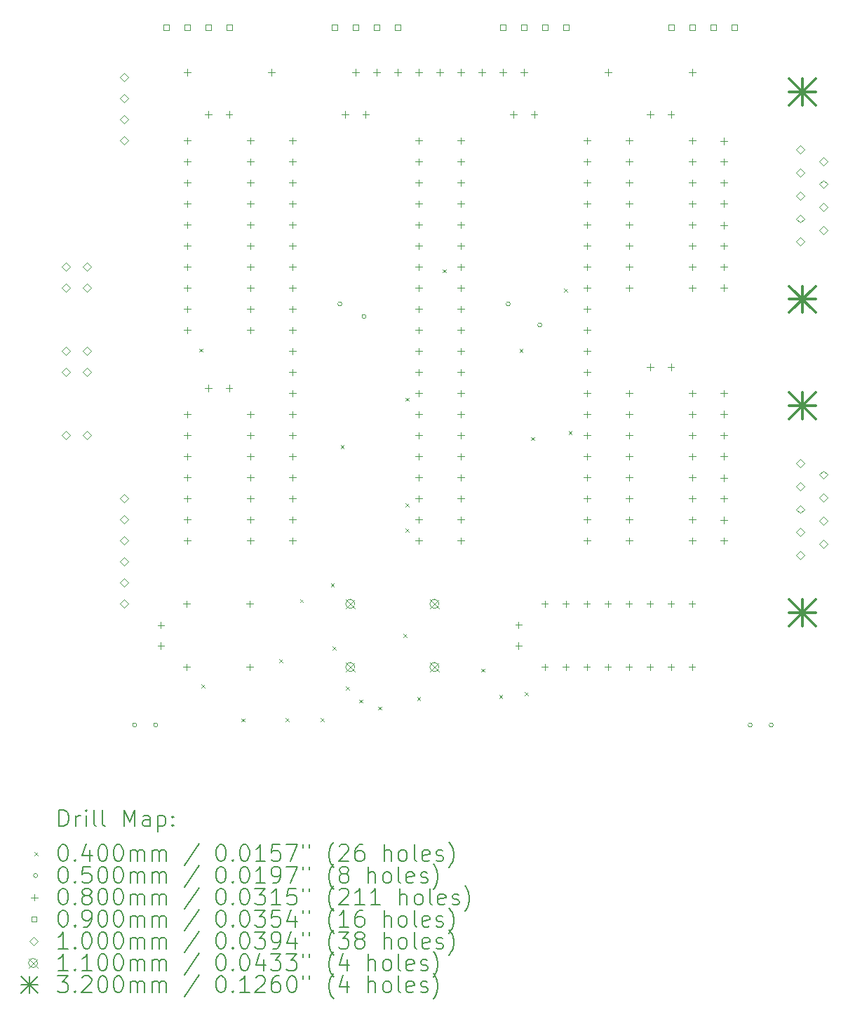
<source format=gbr>
%TF.GenerationSoftware,KiCad,Pcbnew,7.0.6*%
%TF.CreationDate,2023-08-07T17:46:09-04:00*%
%TF.ProjectId,3 - Quad Serial card v3,33202d20-5175-4616-9420-53657269616c,1*%
%TF.SameCoordinates,Original*%
%TF.FileFunction,Drillmap*%
%TF.FilePolarity,Positive*%
%FSLAX45Y45*%
G04 Gerber Fmt 4.5, Leading zero omitted, Abs format (unit mm)*
G04 Created by KiCad (PCBNEW 7.0.6) date 2023-08-07 17:46:09*
%MOMM*%
%LPD*%
G01*
G04 APERTURE LIST*
%ADD10C,0.200000*%
%ADD11C,0.040000*%
%ADD12C,0.050000*%
%ADD13C,0.080000*%
%ADD14C,0.090000*%
%ADD15C,0.100000*%
%ADD16C,0.110000*%
%ADD17C,0.320000*%
G04 APERTURE END LIST*
D10*
D11*
X10305100Y-8603300D02*
X10345100Y-8643300D01*
X10345100Y-8603300D02*
X10305100Y-8643300D01*
X10330500Y-12654600D02*
X10370500Y-12694600D01*
X10370500Y-12654600D02*
X10330500Y-12694600D01*
X10811140Y-13065390D02*
X10851140Y-13105390D01*
X10851140Y-13065390D02*
X10811140Y-13105390D01*
X11270300Y-12349800D02*
X11310300Y-12389800D01*
X11310300Y-12349800D02*
X11270300Y-12389800D01*
X11346500Y-13061000D02*
X11386500Y-13101000D01*
X11386500Y-13061000D02*
X11346500Y-13101000D01*
X11520850Y-11625900D02*
X11560850Y-11665900D01*
X11560850Y-11625900D02*
X11520850Y-11665900D01*
X11772160Y-13061000D02*
X11812160Y-13101000D01*
X11812160Y-13061000D02*
X11772160Y-13101000D01*
X11892540Y-11438610D02*
X11932540Y-11478610D01*
X11932540Y-11438610D02*
X11892540Y-11478610D01*
X11915180Y-12197400D02*
X11955180Y-12237400D01*
X11955180Y-12197400D02*
X11915180Y-12237400D01*
X12012650Y-9769800D02*
X12052650Y-9809800D01*
X12052650Y-9769800D02*
X12012650Y-9809800D01*
X12077082Y-12683592D02*
X12117082Y-12723592D01*
X12117082Y-12683592D02*
X12077082Y-12723592D01*
X12235500Y-12837060D02*
X12275500Y-12877060D01*
X12275500Y-12837060D02*
X12235500Y-12877060D01*
X12464100Y-12921300D02*
X12504100Y-12961300D01*
X12504100Y-12921300D02*
X12464100Y-12961300D01*
X12768900Y-12045000D02*
X12808900Y-12085000D01*
X12808900Y-12045000D02*
X12768900Y-12085000D01*
X12794930Y-10470200D02*
X12834930Y-10510200D01*
X12834930Y-10470200D02*
X12794930Y-10510200D01*
X12794930Y-10775000D02*
X12834930Y-10815000D01*
X12834930Y-10775000D02*
X12794930Y-10815000D01*
X12795010Y-9197730D02*
X12835010Y-9237730D01*
X12835010Y-9197730D02*
X12795010Y-9237730D01*
X12934000Y-12807000D02*
X12974000Y-12847000D01*
X12974000Y-12807000D02*
X12934000Y-12847000D01*
X13242730Y-7646870D02*
X13282730Y-7686870D01*
X13282730Y-7646870D02*
X13242730Y-7686870D01*
X13708700Y-12464100D02*
X13748700Y-12504100D01*
X13748700Y-12464100D02*
X13708700Y-12504100D01*
X13926469Y-12780869D02*
X13966469Y-12820869D01*
X13966469Y-12780869D02*
X13926469Y-12820869D01*
X14171675Y-8609075D02*
X14211675Y-8649075D01*
X14211675Y-8609075D02*
X14171675Y-8649075D01*
X14235750Y-12747355D02*
X14275750Y-12787355D01*
X14275750Y-12747355D02*
X14235750Y-12787355D01*
X14310530Y-9670580D02*
X14350530Y-9710580D01*
X14350530Y-9670580D02*
X14310530Y-9710580D01*
X14707320Y-7880780D02*
X14747320Y-7920780D01*
X14747320Y-7880780D02*
X14707320Y-7920780D01*
X14763820Y-9598130D02*
X14803820Y-9638130D01*
X14803820Y-9598130D02*
X14763820Y-9638130D01*
D12*
X9550000Y-13144500D02*
G75*
G03*
X9550000Y-13144500I-25000J0D01*
G01*
X9804000Y-13144500D02*
G75*
G03*
X9804000Y-13144500I-25000J0D01*
G01*
X12026500Y-8064500D02*
G75*
G03*
X12026500Y-8064500I-25000J0D01*
G01*
X12318600Y-8216900D02*
G75*
G03*
X12318600Y-8216900I-25000J0D01*
G01*
X14058500Y-8064500D02*
G75*
G03*
X14058500Y-8064500I-25000J0D01*
G01*
X14439500Y-8318500D02*
G75*
G03*
X14439500Y-8318500I-25000J0D01*
G01*
X16979500Y-13144500D02*
G75*
G03*
X16979500Y-13144500I-25000J0D01*
G01*
X17233500Y-13144500D02*
G75*
G03*
X17233500Y-13144500I-25000J0D01*
G01*
D13*
X9842500Y-11900000D02*
X9842500Y-11980000D01*
X9802500Y-11940000D02*
X9882500Y-11940000D01*
X9842500Y-12150000D02*
X9842500Y-12230000D01*
X9802500Y-12190000D02*
X9882500Y-12190000D01*
X10150840Y-11644000D02*
X10150840Y-11724000D01*
X10110840Y-11684000D02*
X10190840Y-11684000D01*
X10150840Y-12406000D02*
X10150840Y-12486000D01*
X10110840Y-12446000D02*
X10190840Y-12446000D01*
X10160000Y-5230500D02*
X10160000Y-5310500D01*
X10120000Y-5270500D02*
X10200000Y-5270500D01*
X10160000Y-9358000D02*
X10160000Y-9438000D01*
X10120000Y-9398000D02*
X10200000Y-9398000D01*
X10160000Y-9612000D02*
X10160000Y-9692000D01*
X10120000Y-9652000D02*
X10200000Y-9652000D01*
X10160000Y-9866000D02*
X10160000Y-9946000D01*
X10120000Y-9906000D02*
X10200000Y-9906000D01*
X10160000Y-10120000D02*
X10160000Y-10200000D01*
X10120000Y-10160000D02*
X10200000Y-10160000D01*
X10160000Y-10374000D02*
X10160000Y-10454000D01*
X10120000Y-10414000D02*
X10200000Y-10414000D01*
X10160000Y-10628000D02*
X10160000Y-10708000D01*
X10120000Y-10668000D02*
X10200000Y-10668000D01*
X10160000Y-10882000D02*
X10160000Y-10962000D01*
X10120000Y-10922000D02*
X10200000Y-10922000D01*
X10161000Y-6056500D02*
X10161000Y-6136500D01*
X10121000Y-6096500D02*
X10201000Y-6096500D01*
X10161000Y-6310500D02*
X10161000Y-6390500D01*
X10121000Y-6350500D02*
X10201000Y-6350500D01*
X10161000Y-6564500D02*
X10161000Y-6644500D01*
X10121000Y-6604500D02*
X10201000Y-6604500D01*
X10161000Y-6818500D02*
X10161000Y-6898500D01*
X10121000Y-6858500D02*
X10201000Y-6858500D01*
X10161000Y-7072500D02*
X10161000Y-7152500D01*
X10121000Y-7112500D02*
X10201000Y-7112500D01*
X10161000Y-7326500D02*
X10161000Y-7406500D01*
X10121000Y-7366500D02*
X10201000Y-7366500D01*
X10161000Y-7580500D02*
X10161000Y-7660500D01*
X10121000Y-7620500D02*
X10201000Y-7620500D01*
X10161000Y-7834500D02*
X10161000Y-7914500D01*
X10121000Y-7874500D02*
X10201000Y-7874500D01*
X10161000Y-8088500D02*
X10161000Y-8168500D01*
X10121000Y-8128500D02*
X10201000Y-8128500D01*
X10161000Y-8342500D02*
X10161000Y-8422500D01*
X10121000Y-8382500D02*
X10201000Y-8382500D01*
X10416000Y-5738500D02*
X10416000Y-5818500D01*
X10376000Y-5778500D02*
X10456000Y-5778500D01*
X10416000Y-9040500D02*
X10416000Y-9120500D01*
X10376000Y-9080500D02*
X10456000Y-9080500D01*
X10666000Y-5738500D02*
X10666000Y-5818500D01*
X10626000Y-5778500D02*
X10706000Y-5778500D01*
X10666000Y-9040500D02*
X10666000Y-9120500D01*
X10626000Y-9080500D02*
X10706000Y-9080500D01*
X10912840Y-11644000D02*
X10912840Y-11724000D01*
X10872840Y-11684000D02*
X10952840Y-11684000D01*
X10912840Y-12406000D02*
X10912840Y-12486000D01*
X10872840Y-12446000D02*
X10952840Y-12446000D01*
X10922000Y-9358000D02*
X10922000Y-9438000D01*
X10882000Y-9398000D02*
X10962000Y-9398000D01*
X10922000Y-9612000D02*
X10922000Y-9692000D01*
X10882000Y-9652000D02*
X10962000Y-9652000D01*
X10922000Y-9866000D02*
X10922000Y-9946000D01*
X10882000Y-9906000D02*
X10962000Y-9906000D01*
X10922000Y-10120000D02*
X10922000Y-10200000D01*
X10882000Y-10160000D02*
X10962000Y-10160000D01*
X10922000Y-10374000D02*
X10922000Y-10454000D01*
X10882000Y-10414000D02*
X10962000Y-10414000D01*
X10922000Y-10628000D02*
X10922000Y-10708000D01*
X10882000Y-10668000D02*
X10962000Y-10668000D01*
X10922000Y-10882000D02*
X10922000Y-10962000D01*
X10882000Y-10922000D02*
X10962000Y-10922000D01*
X10923000Y-6056500D02*
X10923000Y-6136500D01*
X10883000Y-6096500D02*
X10963000Y-6096500D01*
X10923000Y-6310500D02*
X10923000Y-6390500D01*
X10883000Y-6350500D02*
X10963000Y-6350500D01*
X10923000Y-6564500D02*
X10923000Y-6644500D01*
X10883000Y-6604500D02*
X10963000Y-6604500D01*
X10923000Y-6818500D02*
X10923000Y-6898500D01*
X10883000Y-6858500D02*
X10963000Y-6858500D01*
X10923000Y-7072500D02*
X10923000Y-7152500D01*
X10883000Y-7112500D02*
X10963000Y-7112500D01*
X10923000Y-7326500D02*
X10923000Y-7406500D01*
X10883000Y-7366500D02*
X10963000Y-7366500D01*
X10923000Y-7580500D02*
X10923000Y-7660500D01*
X10883000Y-7620500D02*
X10963000Y-7620500D01*
X10923000Y-7834500D02*
X10923000Y-7914500D01*
X10883000Y-7874500D02*
X10963000Y-7874500D01*
X10923000Y-8088500D02*
X10923000Y-8168500D01*
X10883000Y-8128500D02*
X10963000Y-8128500D01*
X10923000Y-8342500D02*
X10923000Y-8422500D01*
X10883000Y-8382500D02*
X10963000Y-8382500D01*
X11176000Y-5230500D02*
X11176000Y-5310500D01*
X11136000Y-5270500D02*
X11216000Y-5270500D01*
X11430000Y-6056000D02*
X11430000Y-6136000D01*
X11390000Y-6096000D02*
X11470000Y-6096000D01*
X11430000Y-6310000D02*
X11430000Y-6390000D01*
X11390000Y-6350000D02*
X11470000Y-6350000D01*
X11430000Y-6564000D02*
X11430000Y-6644000D01*
X11390000Y-6604000D02*
X11470000Y-6604000D01*
X11430000Y-6818000D02*
X11430000Y-6898000D01*
X11390000Y-6858000D02*
X11470000Y-6858000D01*
X11430000Y-7072000D02*
X11430000Y-7152000D01*
X11390000Y-7112000D02*
X11470000Y-7112000D01*
X11430000Y-7326000D02*
X11430000Y-7406000D01*
X11390000Y-7366000D02*
X11470000Y-7366000D01*
X11430000Y-7580000D02*
X11430000Y-7660000D01*
X11390000Y-7620000D02*
X11470000Y-7620000D01*
X11430000Y-7834000D02*
X11430000Y-7914000D01*
X11390000Y-7874000D02*
X11470000Y-7874000D01*
X11430000Y-8088000D02*
X11430000Y-8168000D01*
X11390000Y-8128000D02*
X11470000Y-8128000D01*
X11430000Y-8342000D02*
X11430000Y-8422000D01*
X11390000Y-8382000D02*
X11470000Y-8382000D01*
X11430000Y-8596000D02*
X11430000Y-8676000D01*
X11390000Y-8636000D02*
X11470000Y-8636000D01*
X11430000Y-8850000D02*
X11430000Y-8930000D01*
X11390000Y-8890000D02*
X11470000Y-8890000D01*
X11430000Y-9104000D02*
X11430000Y-9184000D01*
X11390000Y-9144000D02*
X11470000Y-9144000D01*
X11430000Y-9358000D02*
X11430000Y-9438000D01*
X11390000Y-9398000D02*
X11470000Y-9398000D01*
X11430000Y-9612000D02*
X11430000Y-9692000D01*
X11390000Y-9652000D02*
X11470000Y-9652000D01*
X11430000Y-9866000D02*
X11430000Y-9946000D01*
X11390000Y-9906000D02*
X11470000Y-9906000D01*
X11430000Y-10120000D02*
X11430000Y-10200000D01*
X11390000Y-10160000D02*
X11470000Y-10160000D01*
X11430000Y-10374000D02*
X11430000Y-10454000D01*
X11390000Y-10414000D02*
X11470000Y-10414000D01*
X11430000Y-10628000D02*
X11430000Y-10708000D01*
X11390000Y-10668000D02*
X11470000Y-10668000D01*
X11430000Y-10882000D02*
X11430000Y-10962000D01*
X11390000Y-10922000D02*
X11470000Y-10922000D01*
X12065000Y-5738500D02*
X12065000Y-5818500D01*
X12025000Y-5778500D02*
X12105000Y-5778500D01*
X12192000Y-5230500D02*
X12192000Y-5310500D01*
X12152000Y-5270500D02*
X12232000Y-5270500D01*
X12315000Y-5738500D02*
X12315000Y-5818500D01*
X12275000Y-5778500D02*
X12355000Y-5778500D01*
X12446000Y-5230500D02*
X12446000Y-5310500D01*
X12406000Y-5270500D02*
X12486000Y-5270500D01*
X12700000Y-5230500D02*
X12700000Y-5310500D01*
X12660000Y-5270500D02*
X12740000Y-5270500D01*
X12954000Y-5230500D02*
X12954000Y-5310500D01*
X12914000Y-5270500D02*
X12994000Y-5270500D01*
X12954000Y-6056000D02*
X12954000Y-6136000D01*
X12914000Y-6096000D02*
X12994000Y-6096000D01*
X12954000Y-6310000D02*
X12954000Y-6390000D01*
X12914000Y-6350000D02*
X12994000Y-6350000D01*
X12954000Y-6564000D02*
X12954000Y-6644000D01*
X12914000Y-6604000D02*
X12994000Y-6604000D01*
X12954000Y-6818000D02*
X12954000Y-6898000D01*
X12914000Y-6858000D02*
X12994000Y-6858000D01*
X12954000Y-7072000D02*
X12954000Y-7152000D01*
X12914000Y-7112000D02*
X12994000Y-7112000D01*
X12954000Y-7326000D02*
X12954000Y-7406000D01*
X12914000Y-7366000D02*
X12994000Y-7366000D01*
X12954000Y-7580000D02*
X12954000Y-7660000D01*
X12914000Y-7620000D02*
X12994000Y-7620000D01*
X12954000Y-7834000D02*
X12954000Y-7914000D01*
X12914000Y-7874000D02*
X12994000Y-7874000D01*
X12954000Y-8088000D02*
X12954000Y-8168000D01*
X12914000Y-8128000D02*
X12994000Y-8128000D01*
X12954000Y-8342000D02*
X12954000Y-8422000D01*
X12914000Y-8382000D02*
X12994000Y-8382000D01*
X12954000Y-8596000D02*
X12954000Y-8676000D01*
X12914000Y-8636000D02*
X12994000Y-8636000D01*
X12954000Y-8850000D02*
X12954000Y-8930000D01*
X12914000Y-8890000D02*
X12994000Y-8890000D01*
X12954000Y-9104000D02*
X12954000Y-9184000D01*
X12914000Y-9144000D02*
X12994000Y-9144000D01*
X12954000Y-9358000D02*
X12954000Y-9438000D01*
X12914000Y-9398000D02*
X12994000Y-9398000D01*
X12954000Y-9612000D02*
X12954000Y-9692000D01*
X12914000Y-9652000D02*
X12994000Y-9652000D01*
X12954000Y-9866000D02*
X12954000Y-9946000D01*
X12914000Y-9906000D02*
X12994000Y-9906000D01*
X12954000Y-10120000D02*
X12954000Y-10200000D01*
X12914000Y-10160000D02*
X12994000Y-10160000D01*
X12954000Y-10374000D02*
X12954000Y-10454000D01*
X12914000Y-10414000D02*
X12994000Y-10414000D01*
X12954000Y-10628000D02*
X12954000Y-10708000D01*
X12914000Y-10668000D02*
X12994000Y-10668000D01*
X12954000Y-10882000D02*
X12954000Y-10962000D01*
X12914000Y-10922000D02*
X12994000Y-10922000D01*
X13208000Y-5230500D02*
X13208000Y-5310500D01*
X13168000Y-5270500D02*
X13248000Y-5270500D01*
X13462000Y-5230500D02*
X13462000Y-5310500D01*
X13422000Y-5270500D02*
X13502000Y-5270500D01*
X13462000Y-6056000D02*
X13462000Y-6136000D01*
X13422000Y-6096000D02*
X13502000Y-6096000D01*
X13462000Y-6310000D02*
X13462000Y-6390000D01*
X13422000Y-6350000D02*
X13502000Y-6350000D01*
X13462000Y-6564000D02*
X13462000Y-6644000D01*
X13422000Y-6604000D02*
X13502000Y-6604000D01*
X13462000Y-6818000D02*
X13462000Y-6898000D01*
X13422000Y-6858000D02*
X13502000Y-6858000D01*
X13462000Y-7072000D02*
X13462000Y-7152000D01*
X13422000Y-7112000D02*
X13502000Y-7112000D01*
X13462000Y-7326000D02*
X13462000Y-7406000D01*
X13422000Y-7366000D02*
X13502000Y-7366000D01*
X13462000Y-7580000D02*
X13462000Y-7660000D01*
X13422000Y-7620000D02*
X13502000Y-7620000D01*
X13462000Y-7834000D02*
X13462000Y-7914000D01*
X13422000Y-7874000D02*
X13502000Y-7874000D01*
X13462000Y-8088000D02*
X13462000Y-8168000D01*
X13422000Y-8128000D02*
X13502000Y-8128000D01*
X13462000Y-8342000D02*
X13462000Y-8422000D01*
X13422000Y-8382000D02*
X13502000Y-8382000D01*
X13462000Y-8596000D02*
X13462000Y-8676000D01*
X13422000Y-8636000D02*
X13502000Y-8636000D01*
X13462000Y-8850000D02*
X13462000Y-8930000D01*
X13422000Y-8890000D02*
X13502000Y-8890000D01*
X13462000Y-9104000D02*
X13462000Y-9184000D01*
X13422000Y-9144000D02*
X13502000Y-9144000D01*
X13462000Y-9358000D02*
X13462000Y-9438000D01*
X13422000Y-9398000D02*
X13502000Y-9398000D01*
X13462000Y-9612000D02*
X13462000Y-9692000D01*
X13422000Y-9652000D02*
X13502000Y-9652000D01*
X13462000Y-9866000D02*
X13462000Y-9946000D01*
X13422000Y-9906000D02*
X13502000Y-9906000D01*
X13462000Y-10120000D02*
X13462000Y-10200000D01*
X13422000Y-10160000D02*
X13502000Y-10160000D01*
X13462000Y-10374000D02*
X13462000Y-10454000D01*
X13422000Y-10414000D02*
X13502000Y-10414000D01*
X13462000Y-10628000D02*
X13462000Y-10708000D01*
X13422000Y-10668000D02*
X13502000Y-10668000D01*
X13462000Y-10882000D02*
X13462000Y-10962000D01*
X13422000Y-10922000D02*
X13502000Y-10922000D01*
X13716000Y-5230500D02*
X13716000Y-5310500D01*
X13676000Y-5270500D02*
X13756000Y-5270500D01*
X13970000Y-5230500D02*
X13970000Y-5310500D01*
X13930000Y-5270500D02*
X14010000Y-5270500D01*
X14099000Y-5738500D02*
X14099000Y-5818500D01*
X14059000Y-5778500D02*
X14139000Y-5778500D01*
X14160500Y-11898000D02*
X14160500Y-11978000D01*
X14120500Y-11938000D02*
X14200500Y-11938000D01*
X14160500Y-12148000D02*
X14160500Y-12228000D01*
X14120500Y-12188000D02*
X14200500Y-12188000D01*
X14224000Y-5230500D02*
X14224000Y-5310500D01*
X14184000Y-5270500D02*
X14264000Y-5270500D01*
X14349000Y-5738500D02*
X14349000Y-5818500D01*
X14309000Y-5778500D02*
X14389000Y-5778500D01*
X14477000Y-11643000D02*
X14477000Y-11723000D01*
X14437000Y-11683000D02*
X14517000Y-11683000D01*
X14477000Y-12405000D02*
X14477000Y-12485000D01*
X14437000Y-12445000D02*
X14517000Y-12445000D01*
X14731000Y-11643000D02*
X14731000Y-11723000D01*
X14691000Y-11683000D02*
X14771000Y-11683000D01*
X14731000Y-12405000D02*
X14731000Y-12485000D01*
X14691000Y-12445000D02*
X14771000Y-12445000D01*
X14985000Y-11643000D02*
X14985000Y-11723000D01*
X14945000Y-11683000D02*
X15025000Y-11683000D01*
X14985000Y-12405000D02*
X14985000Y-12485000D01*
X14945000Y-12445000D02*
X15025000Y-12445000D01*
X14986000Y-6056000D02*
X14986000Y-6136000D01*
X14946000Y-6096000D02*
X15026000Y-6096000D01*
X14986000Y-6310000D02*
X14986000Y-6390000D01*
X14946000Y-6350000D02*
X15026000Y-6350000D01*
X14986000Y-6564000D02*
X14986000Y-6644000D01*
X14946000Y-6604000D02*
X15026000Y-6604000D01*
X14986000Y-6818000D02*
X14986000Y-6898000D01*
X14946000Y-6858000D02*
X15026000Y-6858000D01*
X14986000Y-7072000D02*
X14986000Y-7152000D01*
X14946000Y-7112000D02*
X15026000Y-7112000D01*
X14986000Y-7326000D02*
X14986000Y-7406000D01*
X14946000Y-7366000D02*
X15026000Y-7366000D01*
X14986000Y-7580000D02*
X14986000Y-7660000D01*
X14946000Y-7620000D02*
X15026000Y-7620000D01*
X14986000Y-7834000D02*
X14986000Y-7914000D01*
X14946000Y-7874000D02*
X15026000Y-7874000D01*
X14986000Y-8088000D02*
X14986000Y-8168000D01*
X14946000Y-8128000D02*
X15026000Y-8128000D01*
X14986000Y-8342000D02*
X14986000Y-8422000D01*
X14946000Y-8382000D02*
X15026000Y-8382000D01*
X14986000Y-8596000D02*
X14986000Y-8676000D01*
X14946000Y-8636000D02*
X15026000Y-8636000D01*
X14986000Y-8850000D02*
X14986000Y-8930000D01*
X14946000Y-8890000D02*
X15026000Y-8890000D01*
X14986000Y-9104000D02*
X14986000Y-9184000D01*
X14946000Y-9144000D02*
X15026000Y-9144000D01*
X14986000Y-9358000D02*
X14986000Y-9438000D01*
X14946000Y-9398000D02*
X15026000Y-9398000D01*
X14986000Y-9612000D02*
X14986000Y-9692000D01*
X14946000Y-9652000D02*
X15026000Y-9652000D01*
X14986000Y-9866000D02*
X14986000Y-9946000D01*
X14946000Y-9906000D02*
X15026000Y-9906000D01*
X14986000Y-10120000D02*
X14986000Y-10200000D01*
X14946000Y-10160000D02*
X15026000Y-10160000D01*
X14986000Y-10374000D02*
X14986000Y-10454000D01*
X14946000Y-10414000D02*
X15026000Y-10414000D01*
X14986000Y-10628000D02*
X14986000Y-10708000D01*
X14946000Y-10668000D02*
X15026000Y-10668000D01*
X14986000Y-10882000D02*
X14986000Y-10962000D01*
X14946000Y-10922000D02*
X15026000Y-10922000D01*
X15239000Y-11643000D02*
X15239000Y-11723000D01*
X15199000Y-11683000D02*
X15279000Y-11683000D01*
X15239000Y-12405000D02*
X15239000Y-12485000D01*
X15199000Y-12445000D02*
X15279000Y-12445000D01*
X15240000Y-5230500D02*
X15240000Y-5310500D01*
X15200000Y-5270500D02*
X15280000Y-5270500D01*
X15493000Y-11643000D02*
X15493000Y-11723000D01*
X15453000Y-11683000D02*
X15533000Y-11683000D01*
X15493000Y-12405000D02*
X15493000Y-12485000D01*
X15453000Y-12445000D02*
X15533000Y-12445000D01*
X15494000Y-6056000D02*
X15494000Y-6136000D01*
X15454000Y-6096000D02*
X15534000Y-6096000D01*
X15494000Y-6310000D02*
X15494000Y-6390000D01*
X15454000Y-6350000D02*
X15534000Y-6350000D01*
X15494000Y-6564000D02*
X15494000Y-6644000D01*
X15454000Y-6604000D02*
X15534000Y-6604000D01*
X15494000Y-6818000D02*
X15494000Y-6898000D01*
X15454000Y-6858000D02*
X15534000Y-6858000D01*
X15494000Y-7072000D02*
X15494000Y-7152000D01*
X15454000Y-7112000D02*
X15534000Y-7112000D01*
X15494000Y-7326000D02*
X15494000Y-7406000D01*
X15454000Y-7366000D02*
X15534000Y-7366000D01*
X15494000Y-7580000D02*
X15494000Y-7660000D01*
X15454000Y-7620000D02*
X15534000Y-7620000D01*
X15494000Y-7834000D02*
X15494000Y-7914000D01*
X15454000Y-7874000D02*
X15534000Y-7874000D01*
X15495000Y-9103000D02*
X15495000Y-9183000D01*
X15455000Y-9143000D02*
X15535000Y-9143000D01*
X15495000Y-9357000D02*
X15495000Y-9437000D01*
X15455000Y-9397000D02*
X15535000Y-9397000D01*
X15495000Y-9611000D02*
X15495000Y-9691000D01*
X15455000Y-9651000D02*
X15535000Y-9651000D01*
X15495000Y-9865000D02*
X15495000Y-9945000D01*
X15455000Y-9905000D02*
X15535000Y-9905000D01*
X15495000Y-10119000D02*
X15495000Y-10199000D01*
X15455000Y-10159000D02*
X15535000Y-10159000D01*
X15495000Y-10373000D02*
X15495000Y-10453000D01*
X15455000Y-10413000D02*
X15535000Y-10413000D01*
X15495000Y-10627000D02*
X15495000Y-10707000D01*
X15455000Y-10667000D02*
X15535000Y-10667000D01*
X15495000Y-10881000D02*
X15495000Y-10961000D01*
X15455000Y-10921000D02*
X15535000Y-10921000D01*
X15747000Y-11643000D02*
X15747000Y-11723000D01*
X15707000Y-11683000D02*
X15787000Y-11683000D01*
X15747000Y-12405000D02*
X15747000Y-12485000D01*
X15707000Y-12445000D02*
X15787000Y-12445000D01*
X15750000Y-5738500D02*
X15750000Y-5818500D01*
X15710000Y-5778500D02*
X15790000Y-5778500D01*
X15750000Y-8786500D02*
X15750000Y-8866500D01*
X15710000Y-8826500D02*
X15790000Y-8826500D01*
X16000000Y-5738500D02*
X16000000Y-5818500D01*
X15960000Y-5778500D02*
X16040000Y-5778500D01*
X16000000Y-8786500D02*
X16000000Y-8866500D01*
X15960000Y-8826500D02*
X16040000Y-8826500D01*
X16001000Y-11643000D02*
X16001000Y-11723000D01*
X15961000Y-11683000D02*
X16041000Y-11683000D01*
X16001000Y-12405000D02*
X16001000Y-12485000D01*
X15961000Y-12445000D02*
X16041000Y-12445000D01*
X16255000Y-11643000D02*
X16255000Y-11723000D01*
X16215000Y-11683000D02*
X16295000Y-11683000D01*
X16255000Y-12405000D02*
X16255000Y-12485000D01*
X16215000Y-12445000D02*
X16295000Y-12445000D01*
X16256000Y-5230500D02*
X16256000Y-5310500D01*
X16216000Y-5270500D02*
X16296000Y-5270500D01*
X16256000Y-6056000D02*
X16256000Y-6136000D01*
X16216000Y-6096000D02*
X16296000Y-6096000D01*
X16256000Y-6310000D02*
X16256000Y-6390000D01*
X16216000Y-6350000D02*
X16296000Y-6350000D01*
X16256000Y-6564000D02*
X16256000Y-6644000D01*
X16216000Y-6604000D02*
X16296000Y-6604000D01*
X16256000Y-6818000D02*
X16256000Y-6898000D01*
X16216000Y-6858000D02*
X16296000Y-6858000D01*
X16256000Y-7072000D02*
X16256000Y-7152000D01*
X16216000Y-7112000D02*
X16296000Y-7112000D01*
X16256000Y-7326000D02*
X16256000Y-7406000D01*
X16216000Y-7366000D02*
X16296000Y-7366000D01*
X16256000Y-7580000D02*
X16256000Y-7660000D01*
X16216000Y-7620000D02*
X16296000Y-7620000D01*
X16256000Y-7834000D02*
X16256000Y-7914000D01*
X16216000Y-7874000D02*
X16296000Y-7874000D01*
X16257000Y-9103000D02*
X16257000Y-9183000D01*
X16217000Y-9143000D02*
X16297000Y-9143000D01*
X16257000Y-9357000D02*
X16257000Y-9437000D01*
X16217000Y-9397000D02*
X16297000Y-9397000D01*
X16257000Y-9611000D02*
X16257000Y-9691000D01*
X16217000Y-9651000D02*
X16297000Y-9651000D01*
X16257000Y-9865000D02*
X16257000Y-9945000D01*
X16217000Y-9905000D02*
X16297000Y-9905000D01*
X16257000Y-10119000D02*
X16257000Y-10199000D01*
X16217000Y-10159000D02*
X16297000Y-10159000D01*
X16257000Y-10373000D02*
X16257000Y-10453000D01*
X16217000Y-10413000D02*
X16297000Y-10413000D01*
X16257000Y-10627000D02*
X16257000Y-10707000D01*
X16217000Y-10667000D02*
X16297000Y-10667000D01*
X16257000Y-10881000D02*
X16257000Y-10961000D01*
X16217000Y-10921000D02*
X16297000Y-10921000D01*
X16637000Y-6060000D02*
X16637000Y-6140000D01*
X16597000Y-6100000D02*
X16677000Y-6100000D01*
X16637000Y-6310000D02*
X16637000Y-6390000D01*
X16597000Y-6350000D02*
X16677000Y-6350000D01*
X16637000Y-6564000D02*
X16637000Y-6644000D01*
X16597000Y-6604000D02*
X16677000Y-6604000D01*
X16637000Y-6814000D02*
X16637000Y-6894000D01*
X16597000Y-6854000D02*
X16677000Y-6854000D01*
X16637000Y-7076000D02*
X16637000Y-7156000D01*
X16597000Y-7116000D02*
X16677000Y-7116000D01*
X16637000Y-7326000D02*
X16637000Y-7406000D01*
X16597000Y-7366000D02*
X16677000Y-7366000D01*
X16637000Y-7580000D02*
X16637000Y-7660000D01*
X16597000Y-7620000D02*
X16677000Y-7620000D01*
X16637000Y-7830000D02*
X16637000Y-7910000D01*
X16597000Y-7870000D02*
X16677000Y-7870000D01*
X16637000Y-9104000D02*
X16637000Y-9184000D01*
X16597000Y-9144000D02*
X16677000Y-9144000D01*
X16637000Y-9354000D02*
X16637000Y-9434000D01*
X16597000Y-9394000D02*
X16677000Y-9394000D01*
X16637000Y-9612000D02*
X16637000Y-9692000D01*
X16597000Y-9652000D02*
X16677000Y-9652000D01*
X16637000Y-9862000D02*
X16637000Y-9942000D01*
X16597000Y-9902000D02*
X16677000Y-9902000D01*
X16637000Y-10124000D02*
X16637000Y-10204000D01*
X16597000Y-10164000D02*
X16677000Y-10164000D01*
X16637000Y-10374000D02*
X16637000Y-10454000D01*
X16597000Y-10414000D02*
X16677000Y-10414000D01*
X16637000Y-10632000D02*
X16637000Y-10712000D01*
X16597000Y-10672000D02*
X16677000Y-10672000D01*
X16637000Y-10882000D02*
X16637000Y-10962000D01*
X16597000Y-10922000D02*
X16677000Y-10922000D01*
D14*
X9937820Y-4759320D02*
X9937820Y-4695680D01*
X9874180Y-4695680D01*
X9874180Y-4759320D01*
X9937820Y-4759320D01*
X10191820Y-4759320D02*
X10191820Y-4695680D01*
X10128180Y-4695680D01*
X10128180Y-4759320D01*
X10191820Y-4759320D01*
X10445820Y-4759320D02*
X10445820Y-4695680D01*
X10382180Y-4695680D01*
X10382180Y-4759320D01*
X10445820Y-4759320D01*
X10699820Y-4759320D02*
X10699820Y-4695680D01*
X10636180Y-4695680D01*
X10636180Y-4759320D01*
X10699820Y-4759320D01*
X11969820Y-4759320D02*
X11969820Y-4695680D01*
X11906180Y-4695680D01*
X11906180Y-4759320D01*
X11969820Y-4759320D01*
X12223820Y-4759320D02*
X12223820Y-4695680D01*
X12160180Y-4695680D01*
X12160180Y-4759320D01*
X12223820Y-4759320D01*
X12477820Y-4759320D02*
X12477820Y-4695680D01*
X12414180Y-4695680D01*
X12414180Y-4759320D01*
X12477820Y-4759320D01*
X12731820Y-4759320D02*
X12731820Y-4695680D01*
X12668180Y-4695680D01*
X12668180Y-4759320D01*
X12731820Y-4759320D01*
X14003320Y-4759320D02*
X14003320Y-4695680D01*
X13939680Y-4695680D01*
X13939680Y-4759320D01*
X14003320Y-4759320D01*
X14257320Y-4759320D02*
X14257320Y-4695680D01*
X14193680Y-4695680D01*
X14193680Y-4759320D01*
X14257320Y-4759320D01*
X14511320Y-4759320D02*
X14511320Y-4695680D01*
X14447680Y-4695680D01*
X14447680Y-4759320D01*
X14511320Y-4759320D01*
X14765320Y-4759320D02*
X14765320Y-4695680D01*
X14701680Y-4695680D01*
X14701680Y-4759320D01*
X14765320Y-4759320D01*
X16033820Y-4759320D02*
X16033820Y-4695680D01*
X15970180Y-4695680D01*
X15970180Y-4759320D01*
X16033820Y-4759320D01*
X16287820Y-4759320D02*
X16287820Y-4695680D01*
X16224180Y-4695680D01*
X16224180Y-4759320D01*
X16287820Y-4759320D01*
X16541820Y-4759320D02*
X16541820Y-4695680D01*
X16478180Y-4695680D01*
X16478180Y-4759320D01*
X16541820Y-4759320D01*
X16795820Y-4759320D02*
X16795820Y-4695680D01*
X16732180Y-4695680D01*
X16732180Y-4759320D01*
X16795820Y-4759320D01*
D15*
X8699000Y-8686000D02*
X8749000Y-8636000D01*
X8699000Y-8586000D01*
X8649000Y-8636000D01*
X8699000Y-8686000D01*
X8699000Y-8940000D02*
X8749000Y-8890000D01*
X8699000Y-8840000D01*
X8649000Y-8890000D01*
X8699000Y-8940000D01*
X8699500Y-7670000D02*
X8749500Y-7620000D01*
X8699500Y-7570000D01*
X8649500Y-7620000D01*
X8699500Y-7670000D01*
X8699500Y-7924000D02*
X8749500Y-7874000D01*
X8699500Y-7824000D01*
X8649500Y-7874000D01*
X8699500Y-7924000D01*
X8699500Y-9702000D02*
X8749500Y-9652000D01*
X8699500Y-9602000D01*
X8649500Y-9652000D01*
X8699500Y-9702000D01*
X8953000Y-8686000D02*
X9003000Y-8636000D01*
X8953000Y-8586000D01*
X8903000Y-8636000D01*
X8953000Y-8686000D01*
X8953000Y-8940000D02*
X9003000Y-8890000D01*
X8953000Y-8840000D01*
X8903000Y-8890000D01*
X8953000Y-8940000D01*
X8953500Y-7670000D02*
X9003500Y-7620000D01*
X8953500Y-7570000D01*
X8903500Y-7620000D01*
X8953500Y-7670000D01*
X8953500Y-7924000D02*
X9003500Y-7874000D01*
X8953500Y-7824000D01*
X8903500Y-7874000D01*
X8953500Y-7924000D01*
X8953500Y-9702000D02*
X9003500Y-9652000D01*
X8953500Y-9602000D01*
X8903500Y-9652000D01*
X8953500Y-9702000D01*
X9398000Y-5384000D02*
X9448000Y-5334000D01*
X9398000Y-5284000D01*
X9348000Y-5334000D01*
X9398000Y-5384000D01*
X9398000Y-5638000D02*
X9448000Y-5588000D01*
X9398000Y-5538000D01*
X9348000Y-5588000D01*
X9398000Y-5638000D01*
X9398000Y-5892000D02*
X9448000Y-5842000D01*
X9398000Y-5792000D01*
X9348000Y-5842000D01*
X9398000Y-5892000D01*
X9398000Y-6146000D02*
X9448000Y-6096000D01*
X9398000Y-6046000D01*
X9348000Y-6096000D01*
X9398000Y-6146000D01*
X9398000Y-10464000D02*
X9448000Y-10414000D01*
X9398000Y-10364000D01*
X9348000Y-10414000D01*
X9398000Y-10464000D01*
X9398000Y-10718000D02*
X9448000Y-10668000D01*
X9398000Y-10618000D01*
X9348000Y-10668000D01*
X9398000Y-10718000D01*
X9398000Y-10972000D02*
X9448000Y-10922000D01*
X9398000Y-10872000D01*
X9348000Y-10922000D01*
X9398000Y-10972000D01*
X9398000Y-11226000D02*
X9448000Y-11176000D01*
X9398000Y-11126000D01*
X9348000Y-11176000D01*
X9398000Y-11226000D01*
X9398000Y-11480000D02*
X9448000Y-11430000D01*
X9398000Y-11380000D01*
X9348000Y-11430000D01*
X9398000Y-11480000D01*
X9398000Y-11734000D02*
X9448000Y-11684000D01*
X9398000Y-11634000D01*
X9348000Y-11684000D01*
X9398000Y-11734000D01*
X17559500Y-6256000D02*
X17609500Y-6206000D01*
X17559500Y-6156000D01*
X17509500Y-6206000D01*
X17559500Y-6256000D01*
X17559500Y-6533000D02*
X17609500Y-6483000D01*
X17559500Y-6433000D01*
X17509500Y-6483000D01*
X17559500Y-6533000D01*
X17559500Y-6810000D02*
X17609500Y-6760000D01*
X17559500Y-6710000D01*
X17509500Y-6760000D01*
X17559500Y-6810000D01*
X17559500Y-7087000D02*
X17609500Y-7037000D01*
X17559500Y-6987000D01*
X17509500Y-7037000D01*
X17559500Y-7087000D01*
X17559500Y-7364000D02*
X17609500Y-7314000D01*
X17559500Y-7264000D01*
X17509500Y-7314000D01*
X17559500Y-7364000D01*
X17559500Y-10038000D02*
X17609500Y-9988000D01*
X17559500Y-9938000D01*
X17509500Y-9988000D01*
X17559500Y-10038000D01*
X17559500Y-10315000D02*
X17609500Y-10265000D01*
X17559500Y-10215000D01*
X17509500Y-10265000D01*
X17559500Y-10315000D01*
X17559500Y-10592000D02*
X17609500Y-10542000D01*
X17559500Y-10492000D01*
X17509500Y-10542000D01*
X17559500Y-10592000D01*
X17559500Y-10869000D02*
X17609500Y-10819000D01*
X17559500Y-10769000D01*
X17509500Y-10819000D01*
X17559500Y-10869000D01*
X17559500Y-11146000D02*
X17609500Y-11096000D01*
X17559500Y-11046000D01*
X17509500Y-11096000D01*
X17559500Y-11146000D01*
X17843500Y-6394500D02*
X17893500Y-6344500D01*
X17843500Y-6294500D01*
X17793500Y-6344500D01*
X17843500Y-6394500D01*
X17843500Y-6671500D02*
X17893500Y-6621500D01*
X17843500Y-6571500D01*
X17793500Y-6621500D01*
X17843500Y-6671500D01*
X17843500Y-6948500D02*
X17893500Y-6898500D01*
X17843500Y-6848500D01*
X17793500Y-6898500D01*
X17843500Y-6948500D01*
X17843500Y-7225500D02*
X17893500Y-7175500D01*
X17843500Y-7125500D01*
X17793500Y-7175500D01*
X17843500Y-7225500D01*
X17843500Y-10176500D02*
X17893500Y-10126500D01*
X17843500Y-10076500D01*
X17793500Y-10126500D01*
X17843500Y-10176500D01*
X17843500Y-10453500D02*
X17893500Y-10403500D01*
X17843500Y-10353500D01*
X17793500Y-10403500D01*
X17843500Y-10453500D01*
X17843500Y-10730500D02*
X17893500Y-10680500D01*
X17843500Y-10630500D01*
X17793500Y-10680500D01*
X17843500Y-10730500D01*
X17843500Y-11007500D02*
X17893500Y-10957500D01*
X17843500Y-10907500D01*
X17793500Y-10957500D01*
X17843500Y-11007500D01*
D16*
X12073500Y-11629000D02*
X12183500Y-11739000D01*
X12183500Y-11629000D02*
X12073500Y-11739000D01*
X12183500Y-11684000D02*
G75*
G03*
X12183500Y-11684000I-55000J0D01*
G01*
X12073500Y-12391000D02*
X12183500Y-12501000D01*
X12183500Y-12391000D02*
X12073500Y-12501000D01*
X12183500Y-12446000D02*
G75*
G03*
X12183500Y-12446000I-55000J0D01*
G01*
X13089500Y-11629000D02*
X13199500Y-11739000D01*
X13199500Y-11629000D02*
X13089500Y-11739000D01*
X13199500Y-11684000D02*
G75*
G03*
X13199500Y-11684000I-55000J0D01*
G01*
X13089500Y-12391000D02*
X13199500Y-12501000D01*
X13199500Y-12391000D02*
X13089500Y-12501000D01*
X13199500Y-12446000D02*
G75*
G03*
X13199500Y-12446000I-55000J0D01*
G01*
D17*
X17429500Y-5350000D02*
X17749500Y-5670000D01*
X17749500Y-5350000D02*
X17429500Y-5670000D01*
X17589500Y-5350000D02*
X17589500Y-5670000D01*
X17429500Y-5510000D02*
X17749500Y-5510000D01*
X17429500Y-7850000D02*
X17749500Y-8170000D01*
X17749500Y-7850000D02*
X17429500Y-8170000D01*
X17589500Y-7850000D02*
X17589500Y-8170000D01*
X17429500Y-8010000D02*
X17749500Y-8010000D01*
X17429500Y-9132000D02*
X17749500Y-9452000D01*
X17749500Y-9132000D02*
X17429500Y-9452000D01*
X17589500Y-9132000D02*
X17589500Y-9452000D01*
X17429500Y-9292000D02*
X17749500Y-9292000D01*
X17429500Y-11632000D02*
X17749500Y-11952000D01*
X17749500Y-11632000D02*
X17429500Y-11952000D01*
X17589500Y-11632000D02*
X17589500Y-11952000D01*
X17429500Y-11792000D02*
X17749500Y-11792000D01*
D10*
X8615177Y-14367684D02*
X8615177Y-14167684D01*
X8615177Y-14167684D02*
X8662796Y-14167684D01*
X8662796Y-14167684D02*
X8691367Y-14177208D01*
X8691367Y-14177208D02*
X8710415Y-14196255D01*
X8710415Y-14196255D02*
X8719939Y-14215303D01*
X8719939Y-14215303D02*
X8729463Y-14253398D01*
X8729463Y-14253398D02*
X8729463Y-14281969D01*
X8729463Y-14281969D02*
X8719939Y-14320065D01*
X8719939Y-14320065D02*
X8710415Y-14339112D01*
X8710415Y-14339112D02*
X8691367Y-14358160D01*
X8691367Y-14358160D02*
X8662796Y-14367684D01*
X8662796Y-14367684D02*
X8615177Y-14367684D01*
X8815177Y-14367684D02*
X8815177Y-14234350D01*
X8815177Y-14272446D02*
X8824701Y-14253398D01*
X8824701Y-14253398D02*
X8834224Y-14243874D01*
X8834224Y-14243874D02*
X8853272Y-14234350D01*
X8853272Y-14234350D02*
X8872320Y-14234350D01*
X8938986Y-14367684D02*
X8938986Y-14234350D01*
X8938986Y-14167684D02*
X8929463Y-14177208D01*
X8929463Y-14177208D02*
X8938986Y-14186731D01*
X8938986Y-14186731D02*
X8948510Y-14177208D01*
X8948510Y-14177208D02*
X8938986Y-14167684D01*
X8938986Y-14167684D02*
X8938986Y-14186731D01*
X9062796Y-14367684D02*
X9043748Y-14358160D01*
X9043748Y-14358160D02*
X9034224Y-14339112D01*
X9034224Y-14339112D02*
X9034224Y-14167684D01*
X9167558Y-14367684D02*
X9148510Y-14358160D01*
X9148510Y-14358160D02*
X9138986Y-14339112D01*
X9138986Y-14339112D02*
X9138986Y-14167684D01*
X9396129Y-14367684D02*
X9396129Y-14167684D01*
X9396129Y-14167684D02*
X9462796Y-14310541D01*
X9462796Y-14310541D02*
X9529463Y-14167684D01*
X9529463Y-14167684D02*
X9529463Y-14367684D01*
X9710415Y-14367684D02*
X9710415Y-14262922D01*
X9710415Y-14262922D02*
X9700891Y-14243874D01*
X9700891Y-14243874D02*
X9681844Y-14234350D01*
X9681844Y-14234350D02*
X9643748Y-14234350D01*
X9643748Y-14234350D02*
X9624701Y-14243874D01*
X9710415Y-14358160D02*
X9691367Y-14367684D01*
X9691367Y-14367684D02*
X9643748Y-14367684D01*
X9643748Y-14367684D02*
X9624701Y-14358160D01*
X9624701Y-14358160D02*
X9615177Y-14339112D01*
X9615177Y-14339112D02*
X9615177Y-14320065D01*
X9615177Y-14320065D02*
X9624701Y-14301017D01*
X9624701Y-14301017D02*
X9643748Y-14291493D01*
X9643748Y-14291493D02*
X9691367Y-14291493D01*
X9691367Y-14291493D02*
X9710415Y-14281969D01*
X9805653Y-14234350D02*
X9805653Y-14434350D01*
X9805653Y-14243874D02*
X9824701Y-14234350D01*
X9824701Y-14234350D02*
X9862796Y-14234350D01*
X9862796Y-14234350D02*
X9881844Y-14243874D01*
X9881844Y-14243874D02*
X9891367Y-14253398D01*
X9891367Y-14253398D02*
X9900891Y-14272446D01*
X9900891Y-14272446D02*
X9900891Y-14329588D01*
X9900891Y-14329588D02*
X9891367Y-14348636D01*
X9891367Y-14348636D02*
X9881844Y-14358160D01*
X9881844Y-14358160D02*
X9862796Y-14367684D01*
X9862796Y-14367684D02*
X9824701Y-14367684D01*
X9824701Y-14367684D02*
X9805653Y-14358160D01*
X9986605Y-14348636D02*
X9996129Y-14358160D01*
X9996129Y-14358160D02*
X9986605Y-14367684D01*
X9986605Y-14367684D02*
X9977082Y-14358160D01*
X9977082Y-14358160D02*
X9986605Y-14348636D01*
X9986605Y-14348636D02*
X9986605Y-14367684D01*
X9986605Y-14243874D02*
X9996129Y-14253398D01*
X9996129Y-14253398D02*
X9986605Y-14262922D01*
X9986605Y-14262922D02*
X9977082Y-14253398D01*
X9977082Y-14253398D02*
X9986605Y-14243874D01*
X9986605Y-14243874D02*
X9986605Y-14262922D01*
D11*
X8314400Y-14676200D02*
X8354400Y-14716200D01*
X8354400Y-14676200D02*
X8314400Y-14716200D01*
D10*
X8653272Y-14587684D02*
X8672320Y-14587684D01*
X8672320Y-14587684D02*
X8691367Y-14597208D01*
X8691367Y-14597208D02*
X8700891Y-14606731D01*
X8700891Y-14606731D02*
X8710415Y-14625779D01*
X8710415Y-14625779D02*
X8719939Y-14663874D01*
X8719939Y-14663874D02*
X8719939Y-14711493D01*
X8719939Y-14711493D02*
X8710415Y-14749588D01*
X8710415Y-14749588D02*
X8700891Y-14768636D01*
X8700891Y-14768636D02*
X8691367Y-14778160D01*
X8691367Y-14778160D02*
X8672320Y-14787684D01*
X8672320Y-14787684D02*
X8653272Y-14787684D01*
X8653272Y-14787684D02*
X8634224Y-14778160D01*
X8634224Y-14778160D02*
X8624701Y-14768636D01*
X8624701Y-14768636D02*
X8615177Y-14749588D01*
X8615177Y-14749588D02*
X8605653Y-14711493D01*
X8605653Y-14711493D02*
X8605653Y-14663874D01*
X8605653Y-14663874D02*
X8615177Y-14625779D01*
X8615177Y-14625779D02*
X8624701Y-14606731D01*
X8624701Y-14606731D02*
X8634224Y-14597208D01*
X8634224Y-14597208D02*
X8653272Y-14587684D01*
X8805653Y-14768636D02*
X8815177Y-14778160D01*
X8815177Y-14778160D02*
X8805653Y-14787684D01*
X8805653Y-14787684D02*
X8796129Y-14778160D01*
X8796129Y-14778160D02*
X8805653Y-14768636D01*
X8805653Y-14768636D02*
X8805653Y-14787684D01*
X8986605Y-14654350D02*
X8986605Y-14787684D01*
X8938986Y-14578160D02*
X8891367Y-14721017D01*
X8891367Y-14721017D02*
X9015177Y-14721017D01*
X9129463Y-14587684D02*
X9148510Y-14587684D01*
X9148510Y-14587684D02*
X9167558Y-14597208D01*
X9167558Y-14597208D02*
X9177082Y-14606731D01*
X9177082Y-14606731D02*
X9186605Y-14625779D01*
X9186605Y-14625779D02*
X9196129Y-14663874D01*
X9196129Y-14663874D02*
X9196129Y-14711493D01*
X9196129Y-14711493D02*
X9186605Y-14749588D01*
X9186605Y-14749588D02*
X9177082Y-14768636D01*
X9177082Y-14768636D02*
X9167558Y-14778160D01*
X9167558Y-14778160D02*
X9148510Y-14787684D01*
X9148510Y-14787684D02*
X9129463Y-14787684D01*
X9129463Y-14787684D02*
X9110415Y-14778160D01*
X9110415Y-14778160D02*
X9100891Y-14768636D01*
X9100891Y-14768636D02*
X9091367Y-14749588D01*
X9091367Y-14749588D02*
X9081844Y-14711493D01*
X9081844Y-14711493D02*
X9081844Y-14663874D01*
X9081844Y-14663874D02*
X9091367Y-14625779D01*
X9091367Y-14625779D02*
X9100891Y-14606731D01*
X9100891Y-14606731D02*
X9110415Y-14597208D01*
X9110415Y-14597208D02*
X9129463Y-14587684D01*
X9319939Y-14587684D02*
X9338986Y-14587684D01*
X9338986Y-14587684D02*
X9358034Y-14597208D01*
X9358034Y-14597208D02*
X9367558Y-14606731D01*
X9367558Y-14606731D02*
X9377082Y-14625779D01*
X9377082Y-14625779D02*
X9386605Y-14663874D01*
X9386605Y-14663874D02*
X9386605Y-14711493D01*
X9386605Y-14711493D02*
X9377082Y-14749588D01*
X9377082Y-14749588D02*
X9367558Y-14768636D01*
X9367558Y-14768636D02*
X9358034Y-14778160D01*
X9358034Y-14778160D02*
X9338986Y-14787684D01*
X9338986Y-14787684D02*
X9319939Y-14787684D01*
X9319939Y-14787684D02*
X9300891Y-14778160D01*
X9300891Y-14778160D02*
X9291367Y-14768636D01*
X9291367Y-14768636D02*
X9281844Y-14749588D01*
X9281844Y-14749588D02*
X9272320Y-14711493D01*
X9272320Y-14711493D02*
X9272320Y-14663874D01*
X9272320Y-14663874D02*
X9281844Y-14625779D01*
X9281844Y-14625779D02*
X9291367Y-14606731D01*
X9291367Y-14606731D02*
X9300891Y-14597208D01*
X9300891Y-14597208D02*
X9319939Y-14587684D01*
X9472320Y-14787684D02*
X9472320Y-14654350D01*
X9472320Y-14673398D02*
X9481844Y-14663874D01*
X9481844Y-14663874D02*
X9500891Y-14654350D01*
X9500891Y-14654350D02*
X9529463Y-14654350D01*
X9529463Y-14654350D02*
X9548510Y-14663874D01*
X9548510Y-14663874D02*
X9558034Y-14682922D01*
X9558034Y-14682922D02*
X9558034Y-14787684D01*
X9558034Y-14682922D02*
X9567558Y-14663874D01*
X9567558Y-14663874D02*
X9586605Y-14654350D01*
X9586605Y-14654350D02*
X9615177Y-14654350D01*
X9615177Y-14654350D02*
X9634225Y-14663874D01*
X9634225Y-14663874D02*
X9643748Y-14682922D01*
X9643748Y-14682922D02*
X9643748Y-14787684D01*
X9738986Y-14787684D02*
X9738986Y-14654350D01*
X9738986Y-14673398D02*
X9748510Y-14663874D01*
X9748510Y-14663874D02*
X9767558Y-14654350D01*
X9767558Y-14654350D02*
X9796129Y-14654350D01*
X9796129Y-14654350D02*
X9815177Y-14663874D01*
X9815177Y-14663874D02*
X9824701Y-14682922D01*
X9824701Y-14682922D02*
X9824701Y-14787684D01*
X9824701Y-14682922D02*
X9834225Y-14663874D01*
X9834225Y-14663874D02*
X9853272Y-14654350D01*
X9853272Y-14654350D02*
X9881844Y-14654350D01*
X9881844Y-14654350D02*
X9900891Y-14663874D01*
X9900891Y-14663874D02*
X9910415Y-14682922D01*
X9910415Y-14682922D02*
X9910415Y-14787684D01*
X10300891Y-14578160D02*
X10129463Y-14835303D01*
X10558034Y-14587684D02*
X10577082Y-14587684D01*
X10577082Y-14587684D02*
X10596129Y-14597208D01*
X10596129Y-14597208D02*
X10605653Y-14606731D01*
X10605653Y-14606731D02*
X10615177Y-14625779D01*
X10615177Y-14625779D02*
X10624701Y-14663874D01*
X10624701Y-14663874D02*
X10624701Y-14711493D01*
X10624701Y-14711493D02*
X10615177Y-14749588D01*
X10615177Y-14749588D02*
X10605653Y-14768636D01*
X10605653Y-14768636D02*
X10596129Y-14778160D01*
X10596129Y-14778160D02*
X10577082Y-14787684D01*
X10577082Y-14787684D02*
X10558034Y-14787684D01*
X10558034Y-14787684D02*
X10538987Y-14778160D01*
X10538987Y-14778160D02*
X10529463Y-14768636D01*
X10529463Y-14768636D02*
X10519939Y-14749588D01*
X10519939Y-14749588D02*
X10510415Y-14711493D01*
X10510415Y-14711493D02*
X10510415Y-14663874D01*
X10510415Y-14663874D02*
X10519939Y-14625779D01*
X10519939Y-14625779D02*
X10529463Y-14606731D01*
X10529463Y-14606731D02*
X10538987Y-14597208D01*
X10538987Y-14597208D02*
X10558034Y-14587684D01*
X10710415Y-14768636D02*
X10719939Y-14778160D01*
X10719939Y-14778160D02*
X10710415Y-14787684D01*
X10710415Y-14787684D02*
X10700891Y-14778160D01*
X10700891Y-14778160D02*
X10710415Y-14768636D01*
X10710415Y-14768636D02*
X10710415Y-14787684D01*
X10843748Y-14587684D02*
X10862796Y-14587684D01*
X10862796Y-14587684D02*
X10881844Y-14597208D01*
X10881844Y-14597208D02*
X10891368Y-14606731D01*
X10891368Y-14606731D02*
X10900891Y-14625779D01*
X10900891Y-14625779D02*
X10910415Y-14663874D01*
X10910415Y-14663874D02*
X10910415Y-14711493D01*
X10910415Y-14711493D02*
X10900891Y-14749588D01*
X10900891Y-14749588D02*
X10891368Y-14768636D01*
X10891368Y-14768636D02*
X10881844Y-14778160D01*
X10881844Y-14778160D02*
X10862796Y-14787684D01*
X10862796Y-14787684D02*
X10843748Y-14787684D01*
X10843748Y-14787684D02*
X10824701Y-14778160D01*
X10824701Y-14778160D02*
X10815177Y-14768636D01*
X10815177Y-14768636D02*
X10805653Y-14749588D01*
X10805653Y-14749588D02*
X10796129Y-14711493D01*
X10796129Y-14711493D02*
X10796129Y-14663874D01*
X10796129Y-14663874D02*
X10805653Y-14625779D01*
X10805653Y-14625779D02*
X10815177Y-14606731D01*
X10815177Y-14606731D02*
X10824701Y-14597208D01*
X10824701Y-14597208D02*
X10843748Y-14587684D01*
X11100891Y-14787684D02*
X10986606Y-14787684D01*
X11043748Y-14787684D02*
X11043748Y-14587684D01*
X11043748Y-14587684D02*
X11024701Y-14616255D01*
X11024701Y-14616255D02*
X11005653Y-14635303D01*
X11005653Y-14635303D02*
X10986606Y-14644827D01*
X11281844Y-14587684D02*
X11186606Y-14587684D01*
X11186606Y-14587684D02*
X11177082Y-14682922D01*
X11177082Y-14682922D02*
X11186606Y-14673398D01*
X11186606Y-14673398D02*
X11205653Y-14663874D01*
X11205653Y-14663874D02*
X11253272Y-14663874D01*
X11253272Y-14663874D02*
X11272320Y-14673398D01*
X11272320Y-14673398D02*
X11281844Y-14682922D01*
X11281844Y-14682922D02*
X11291367Y-14701969D01*
X11291367Y-14701969D02*
X11291367Y-14749588D01*
X11291367Y-14749588D02*
X11281844Y-14768636D01*
X11281844Y-14768636D02*
X11272320Y-14778160D01*
X11272320Y-14778160D02*
X11253272Y-14787684D01*
X11253272Y-14787684D02*
X11205653Y-14787684D01*
X11205653Y-14787684D02*
X11186606Y-14778160D01*
X11186606Y-14778160D02*
X11177082Y-14768636D01*
X11358034Y-14587684D02*
X11491367Y-14587684D01*
X11491367Y-14587684D02*
X11405653Y-14787684D01*
X11558034Y-14587684D02*
X11558034Y-14625779D01*
X11634225Y-14587684D02*
X11634225Y-14625779D01*
X11929463Y-14863874D02*
X11919939Y-14854350D01*
X11919939Y-14854350D02*
X11900891Y-14825779D01*
X11900891Y-14825779D02*
X11891368Y-14806731D01*
X11891368Y-14806731D02*
X11881844Y-14778160D01*
X11881844Y-14778160D02*
X11872320Y-14730541D01*
X11872320Y-14730541D02*
X11872320Y-14692446D01*
X11872320Y-14692446D02*
X11881844Y-14644827D01*
X11881844Y-14644827D02*
X11891368Y-14616255D01*
X11891368Y-14616255D02*
X11900891Y-14597208D01*
X11900891Y-14597208D02*
X11919939Y-14568636D01*
X11919939Y-14568636D02*
X11929463Y-14559112D01*
X11996129Y-14606731D02*
X12005653Y-14597208D01*
X12005653Y-14597208D02*
X12024701Y-14587684D01*
X12024701Y-14587684D02*
X12072320Y-14587684D01*
X12072320Y-14587684D02*
X12091368Y-14597208D01*
X12091368Y-14597208D02*
X12100891Y-14606731D01*
X12100891Y-14606731D02*
X12110415Y-14625779D01*
X12110415Y-14625779D02*
X12110415Y-14644827D01*
X12110415Y-14644827D02*
X12100891Y-14673398D01*
X12100891Y-14673398D02*
X11986606Y-14787684D01*
X11986606Y-14787684D02*
X12110415Y-14787684D01*
X12281844Y-14587684D02*
X12243748Y-14587684D01*
X12243748Y-14587684D02*
X12224701Y-14597208D01*
X12224701Y-14597208D02*
X12215177Y-14606731D01*
X12215177Y-14606731D02*
X12196129Y-14635303D01*
X12196129Y-14635303D02*
X12186606Y-14673398D01*
X12186606Y-14673398D02*
X12186606Y-14749588D01*
X12186606Y-14749588D02*
X12196129Y-14768636D01*
X12196129Y-14768636D02*
X12205653Y-14778160D01*
X12205653Y-14778160D02*
X12224701Y-14787684D01*
X12224701Y-14787684D02*
X12262796Y-14787684D01*
X12262796Y-14787684D02*
X12281844Y-14778160D01*
X12281844Y-14778160D02*
X12291368Y-14768636D01*
X12291368Y-14768636D02*
X12300891Y-14749588D01*
X12300891Y-14749588D02*
X12300891Y-14701969D01*
X12300891Y-14701969D02*
X12291368Y-14682922D01*
X12291368Y-14682922D02*
X12281844Y-14673398D01*
X12281844Y-14673398D02*
X12262796Y-14663874D01*
X12262796Y-14663874D02*
X12224701Y-14663874D01*
X12224701Y-14663874D02*
X12205653Y-14673398D01*
X12205653Y-14673398D02*
X12196129Y-14682922D01*
X12196129Y-14682922D02*
X12186606Y-14701969D01*
X12538987Y-14787684D02*
X12538987Y-14587684D01*
X12624701Y-14787684D02*
X12624701Y-14682922D01*
X12624701Y-14682922D02*
X12615177Y-14663874D01*
X12615177Y-14663874D02*
X12596130Y-14654350D01*
X12596130Y-14654350D02*
X12567558Y-14654350D01*
X12567558Y-14654350D02*
X12548510Y-14663874D01*
X12548510Y-14663874D02*
X12538987Y-14673398D01*
X12748510Y-14787684D02*
X12729463Y-14778160D01*
X12729463Y-14778160D02*
X12719939Y-14768636D01*
X12719939Y-14768636D02*
X12710415Y-14749588D01*
X12710415Y-14749588D02*
X12710415Y-14692446D01*
X12710415Y-14692446D02*
X12719939Y-14673398D01*
X12719939Y-14673398D02*
X12729463Y-14663874D01*
X12729463Y-14663874D02*
X12748510Y-14654350D01*
X12748510Y-14654350D02*
X12777082Y-14654350D01*
X12777082Y-14654350D02*
X12796130Y-14663874D01*
X12796130Y-14663874D02*
X12805653Y-14673398D01*
X12805653Y-14673398D02*
X12815177Y-14692446D01*
X12815177Y-14692446D02*
X12815177Y-14749588D01*
X12815177Y-14749588D02*
X12805653Y-14768636D01*
X12805653Y-14768636D02*
X12796130Y-14778160D01*
X12796130Y-14778160D02*
X12777082Y-14787684D01*
X12777082Y-14787684D02*
X12748510Y-14787684D01*
X12929463Y-14787684D02*
X12910415Y-14778160D01*
X12910415Y-14778160D02*
X12900891Y-14759112D01*
X12900891Y-14759112D02*
X12900891Y-14587684D01*
X13081844Y-14778160D02*
X13062796Y-14787684D01*
X13062796Y-14787684D02*
X13024701Y-14787684D01*
X13024701Y-14787684D02*
X13005653Y-14778160D01*
X13005653Y-14778160D02*
X12996130Y-14759112D01*
X12996130Y-14759112D02*
X12996130Y-14682922D01*
X12996130Y-14682922D02*
X13005653Y-14663874D01*
X13005653Y-14663874D02*
X13024701Y-14654350D01*
X13024701Y-14654350D02*
X13062796Y-14654350D01*
X13062796Y-14654350D02*
X13081844Y-14663874D01*
X13081844Y-14663874D02*
X13091368Y-14682922D01*
X13091368Y-14682922D02*
X13091368Y-14701969D01*
X13091368Y-14701969D02*
X12996130Y-14721017D01*
X13167558Y-14778160D02*
X13186606Y-14787684D01*
X13186606Y-14787684D02*
X13224701Y-14787684D01*
X13224701Y-14787684D02*
X13243749Y-14778160D01*
X13243749Y-14778160D02*
X13253272Y-14759112D01*
X13253272Y-14759112D02*
X13253272Y-14749588D01*
X13253272Y-14749588D02*
X13243749Y-14730541D01*
X13243749Y-14730541D02*
X13224701Y-14721017D01*
X13224701Y-14721017D02*
X13196130Y-14721017D01*
X13196130Y-14721017D02*
X13177082Y-14711493D01*
X13177082Y-14711493D02*
X13167558Y-14692446D01*
X13167558Y-14692446D02*
X13167558Y-14682922D01*
X13167558Y-14682922D02*
X13177082Y-14663874D01*
X13177082Y-14663874D02*
X13196130Y-14654350D01*
X13196130Y-14654350D02*
X13224701Y-14654350D01*
X13224701Y-14654350D02*
X13243749Y-14663874D01*
X13319939Y-14863874D02*
X13329463Y-14854350D01*
X13329463Y-14854350D02*
X13348511Y-14825779D01*
X13348511Y-14825779D02*
X13358034Y-14806731D01*
X13358034Y-14806731D02*
X13367558Y-14778160D01*
X13367558Y-14778160D02*
X13377082Y-14730541D01*
X13377082Y-14730541D02*
X13377082Y-14692446D01*
X13377082Y-14692446D02*
X13367558Y-14644827D01*
X13367558Y-14644827D02*
X13358034Y-14616255D01*
X13358034Y-14616255D02*
X13348511Y-14597208D01*
X13348511Y-14597208D02*
X13329463Y-14568636D01*
X13329463Y-14568636D02*
X13319939Y-14559112D01*
D12*
X8354400Y-14960200D02*
G75*
G03*
X8354400Y-14960200I-25000J0D01*
G01*
D10*
X8653272Y-14851684D02*
X8672320Y-14851684D01*
X8672320Y-14851684D02*
X8691367Y-14861208D01*
X8691367Y-14861208D02*
X8700891Y-14870731D01*
X8700891Y-14870731D02*
X8710415Y-14889779D01*
X8710415Y-14889779D02*
X8719939Y-14927874D01*
X8719939Y-14927874D02*
X8719939Y-14975493D01*
X8719939Y-14975493D02*
X8710415Y-15013588D01*
X8710415Y-15013588D02*
X8700891Y-15032636D01*
X8700891Y-15032636D02*
X8691367Y-15042160D01*
X8691367Y-15042160D02*
X8672320Y-15051684D01*
X8672320Y-15051684D02*
X8653272Y-15051684D01*
X8653272Y-15051684D02*
X8634224Y-15042160D01*
X8634224Y-15042160D02*
X8624701Y-15032636D01*
X8624701Y-15032636D02*
X8615177Y-15013588D01*
X8615177Y-15013588D02*
X8605653Y-14975493D01*
X8605653Y-14975493D02*
X8605653Y-14927874D01*
X8605653Y-14927874D02*
X8615177Y-14889779D01*
X8615177Y-14889779D02*
X8624701Y-14870731D01*
X8624701Y-14870731D02*
X8634224Y-14861208D01*
X8634224Y-14861208D02*
X8653272Y-14851684D01*
X8805653Y-15032636D02*
X8815177Y-15042160D01*
X8815177Y-15042160D02*
X8805653Y-15051684D01*
X8805653Y-15051684D02*
X8796129Y-15042160D01*
X8796129Y-15042160D02*
X8805653Y-15032636D01*
X8805653Y-15032636D02*
X8805653Y-15051684D01*
X8996129Y-14851684D02*
X8900891Y-14851684D01*
X8900891Y-14851684D02*
X8891367Y-14946922D01*
X8891367Y-14946922D02*
X8900891Y-14937398D01*
X8900891Y-14937398D02*
X8919939Y-14927874D01*
X8919939Y-14927874D02*
X8967558Y-14927874D01*
X8967558Y-14927874D02*
X8986605Y-14937398D01*
X8986605Y-14937398D02*
X8996129Y-14946922D01*
X8996129Y-14946922D02*
X9005653Y-14965969D01*
X9005653Y-14965969D02*
X9005653Y-15013588D01*
X9005653Y-15013588D02*
X8996129Y-15032636D01*
X8996129Y-15032636D02*
X8986605Y-15042160D01*
X8986605Y-15042160D02*
X8967558Y-15051684D01*
X8967558Y-15051684D02*
X8919939Y-15051684D01*
X8919939Y-15051684D02*
X8900891Y-15042160D01*
X8900891Y-15042160D02*
X8891367Y-15032636D01*
X9129463Y-14851684D02*
X9148510Y-14851684D01*
X9148510Y-14851684D02*
X9167558Y-14861208D01*
X9167558Y-14861208D02*
X9177082Y-14870731D01*
X9177082Y-14870731D02*
X9186605Y-14889779D01*
X9186605Y-14889779D02*
X9196129Y-14927874D01*
X9196129Y-14927874D02*
X9196129Y-14975493D01*
X9196129Y-14975493D02*
X9186605Y-15013588D01*
X9186605Y-15013588D02*
X9177082Y-15032636D01*
X9177082Y-15032636D02*
X9167558Y-15042160D01*
X9167558Y-15042160D02*
X9148510Y-15051684D01*
X9148510Y-15051684D02*
X9129463Y-15051684D01*
X9129463Y-15051684D02*
X9110415Y-15042160D01*
X9110415Y-15042160D02*
X9100891Y-15032636D01*
X9100891Y-15032636D02*
X9091367Y-15013588D01*
X9091367Y-15013588D02*
X9081844Y-14975493D01*
X9081844Y-14975493D02*
X9081844Y-14927874D01*
X9081844Y-14927874D02*
X9091367Y-14889779D01*
X9091367Y-14889779D02*
X9100891Y-14870731D01*
X9100891Y-14870731D02*
X9110415Y-14861208D01*
X9110415Y-14861208D02*
X9129463Y-14851684D01*
X9319939Y-14851684D02*
X9338986Y-14851684D01*
X9338986Y-14851684D02*
X9358034Y-14861208D01*
X9358034Y-14861208D02*
X9367558Y-14870731D01*
X9367558Y-14870731D02*
X9377082Y-14889779D01*
X9377082Y-14889779D02*
X9386605Y-14927874D01*
X9386605Y-14927874D02*
X9386605Y-14975493D01*
X9386605Y-14975493D02*
X9377082Y-15013588D01*
X9377082Y-15013588D02*
X9367558Y-15032636D01*
X9367558Y-15032636D02*
X9358034Y-15042160D01*
X9358034Y-15042160D02*
X9338986Y-15051684D01*
X9338986Y-15051684D02*
X9319939Y-15051684D01*
X9319939Y-15051684D02*
X9300891Y-15042160D01*
X9300891Y-15042160D02*
X9291367Y-15032636D01*
X9291367Y-15032636D02*
X9281844Y-15013588D01*
X9281844Y-15013588D02*
X9272320Y-14975493D01*
X9272320Y-14975493D02*
X9272320Y-14927874D01*
X9272320Y-14927874D02*
X9281844Y-14889779D01*
X9281844Y-14889779D02*
X9291367Y-14870731D01*
X9291367Y-14870731D02*
X9300891Y-14861208D01*
X9300891Y-14861208D02*
X9319939Y-14851684D01*
X9472320Y-15051684D02*
X9472320Y-14918350D01*
X9472320Y-14937398D02*
X9481844Y-14927874D01*
X9481844Y-14927874D02*
X9500891Y-14918350D01*
X9500891Y-14918350D02*
X9529463Y-14918350D01*
X9529463Y-14918350D02*
X9548510Y-14927874D01*
X9548510Y-14927874D02*
X9558034Y-14946922D01*
X9558034Y-14946922D02*
X9558034Y-15051684D01*
X9558034Y-14946922D02*
X9567558Y-14927874D01*
X9567558Y-14927874D02*
X9586605Y-14918350D01*
X9586605Y-14918350D02*
X9615177Y-14918350D01*
X9615177Y-14918350D02*
X9634225Y-14927874D01*
X9634225Y-14927874D02*
X9643748Y-14946922D01*
X9643748Y-14946922D02*
X9643748Y-15051684D01*
X9738986Y-15051684D02*
X9738986Y-14918350D01*
X9738986Y-14937398D02*
X9748510Y-14927874D01*
X9748510Y-14927874D02*
X9767558Y-14918350D01*
X9767558Y-14918350D02*
X9796129Y-14918350D01*
X9796129Y-14918350D02*
X9815177Y-14927874D01*
X9815177Y-14927874D02*
X9824701Y-14946922D01*
X9824701Y-14946922D02*
X9824701Y-15051684D01*
X9824701Y-14946922D02*
X9834225Y-14927874D01*
X9834225Y-14927874D02*
X9853272Y-14918350D01*
X9853272Y-14918350D02*
X9881844Y-14918350D01*
X9881844Y-14918350D02*
X9900891Y-14927874D01*
X9900891Y-14927874D02*
X9910415Y-14946922D01*
X9910415Y-14946922D02*
X9910415Y-15051684D01*
X10300891Y-14842160D02*
X10129463Y-15099303D01*
X10558034Y-14851684D02*
X10577082Y-14851684D01*
X10577082Y-14851684D02*
X10596129Y-14861208D01*
X10596129Y-14861208D02*
X10605653Y-14870731D01*
X10605653Y-14870731D02*
X10615177Y-14889779D01*
X10615177Y-14889779D02*
X10624701Y-14927874D01*
X10624701Y-14927874D02*
X10624701Y-14975493D01*
X10624701Y-14975493D02*
X10615177Y-15013588D01*
X10615177Y-15013588D02*
X10605653Y-15032636D01*
X10605653Y-15032636D02*
X10596129Y-15042160D01*
X10596129Y-15042160D02*
X10577082Y-15051684D01*
X10577082Y-15051684D02*
X10558034Y-15051684D01*
X10558034Y-15051684D02*
X10538987Y-15042160D01*
X10538987Y-15042160D02*
X10529463Y-15032636D01*
X10529463Y-15032636D02*
X10519939Y-15013588D01*
X10519939Y-15013588D02*
X10510415Y-14975493D01*
X10510415Y-14975493D02*
X10510415Y-14927874D01*
X10510415Y-14927874D02*
X10519939Y-14889779D01*
X10519939Y-14889779D02*
X10529463Y-14870731D01*
X10529463Y-14870731D02*
X10538987Y-14861208D01*
X10538987Y-14861208D02*
X10558034Y-14851684D01*
X10710415Y-15032636D02*
X10719939Y-15042160D01*
X10719939Y-15042160D02*
X10710415Y-15051684D01*
X10710415Y-15051684D02*
X10700891Y-15042160D01*
X10700891Y-15042160D02*
X10710415Y-15032636D01*
X10710415Y-15032636D02*
X10710415Y-15051684D01*
X10843748Y-14851684D02*
X10862796Y-14851684D01*
X10862796Y-14851684D02*
X10881844Y-14861208D01*
X10881844Y-14861208D02*
X10891368Y-14870731D01*
X10891368Y-14870731D02*
X10900891Y-14889779D01*
X10900891Y-14889779D02*
X10910415Y-14927874D01*
X10910415Y-14927874D02*
X10910415Y-14975493D01*
X10910415Y-14975493D02*
X10900891Y-15013588D01*
X10900891Y-15013588D02*
X10891368Y-15032636D01*
X10891368Y-15032636D02*
X10881844Y-15042160D01*
X10881844Y-15042160D02*
X10862796Y-15051684D01*
X10862796Y-15051684D02*
X10843748Y-15051684D01*
X10843748Y-15051684D02*
X10824701Y-15042160D01*
X10824701Y-15042160D02*
X10815177Y-15032636D01*
X10815177Y-15032636D02*
X10805653Y-15013588D01*
X10805653Y-15013588D02*
X10796129Y-14975493D01*
X10796129Y-14975493D02*
X10796129Y-14927874D01*
X10796129Y-14927874D02*
X10805653Y-14889779D01*
X10805653Y-14889779D02*
X10815177Y-14870731D01*
X10815177Y-14870731D02*
X10824701Y-14861208D01*
X10824701Y-14861208D02*
X10843748Y-14851684D01*
X11100891Y-15051684D02*
X10986606Y-15051684D01*
X11043748Y-15051684D02*
X11043748Y-14851684D01*
X11043748Y-14851684D02*
X11024701Y-14880255D01*
X11024701Y-14880255D02*
X11005653Y-14899303D01*
X11005653Y-14899303D02*
X10986606Y-14908827D01*
X11196129Y-15051684D02*
X11234225Y-15051684D01*
X11234225Y-15051684D02*
X11253272Y-15042160D01*
X11253272Y-15042160D02*
X11262796Y-15032636D01*
X11262796Y-15032636D02*
X11281844Y-15004065D01*
X11281844Y-15004065D02*
X11291367Y-14965969D01*
X11291367Y-14965969D02*
X11291367Y-14889779D01*
X11291367Y-14889779D02*
X11281844Y-14870731D01*
X11281844Y-14870731D02*
X11272320Y-14861208D01*
X11272320Y-14861208D02*
X11253272Y-14851684D01*
X11253272Y-14851684D02*
X11215177Y-14851684D01*
X11215177Y-14851684D02*
X11196129Y-14861208D01*
X11196129Y-14861208D02*
X11186606Y-14870731D01*
X11186606Y-14870731D02*
X11177082Y-14889779D01*
X11177082Y-14889779D02*
X11177082Y-14937398D01*
X11177082Y-14937398D02*
X11186606Y-14956446D01*
X11186606Y-14956446D02*
X11196129Y-14965969D01*
X11196129Y-14965969D02*
X11215177Y-14975493D01*
X11215177Y-14975493D02*
X11253272Y-14975493D01*
X11253272Y-14975493D02*
X11272320Y-14965969D01*
X11272320Y-14965969D02*
X11281844Y-14956446D01*
X11281844Y-14956446D02*
X11291367Y-14937398D01*
X11358034Y-14851684D02*
X11491367Y-14851684D01*
X11491367Y-14851684D02*
X11405653Y-15051684D01*
X11558034Y-14851684D02*
X11558034Y-14889779D01*
X11634225Y-14851684D02*
X11634225Y-14889779D01*
X11929463Y-15127874D02*
X11919939Y-15118350D01*
X11919939Y-15118350D02*
X11900891Y-15089779D01*
X11900891Y-15089779D02*
X11891368Y-15070731D01*
X11891368Y-15070731D02*
X11881844Y-15042160D01*
X11881844Y-15042160D02*
X11872320Y-14994541D01*
X11872320Y-14994541D02*
X11872320Y-14956446D01*
X11872320Y-14956446D02*
X11881844Y-14908827D01*
X11881844Y-14908827D02*
X11891368Y-14880255D01*
X11891368Y-14880255D02*
X11900891Y-14861208D01*
X11900891Y-14861208D02*
X11919939Y-14832636D01*
X11919939Y-14832636D02*
X11929463Y-14823112D01*
X12034225Y-14937398D02*
X12015177Y-14927874D01*
X12015177Y-14927874D02*
X12005653Y-14918350D01*
X12005653Y-14918350D02*
X11996129Y-14899303D01*
X11996129Y-14899303D02*
X11996129Y-14889779D01*
X11996129Y-14889779D02*
X12005653Y-14870731D01*
X12005653Y-14870731D02*
X12015177Y-14861208D01*
X12015177Y-14861208D02*
X12034225Y-14851684D01*
X12034225Y-14851684D02*
X12072320Y-14851684D01*
X12072320Y-14851684D02*
X12091368Y-14861208D01*
X12091368Y-14861208D02*
X12100891Y-14870731D01*
X12100891Y-14870731D02*
X12110415Y-14889779D01*
X12110415Y-14889779D02*
X12110415Y-14899303D01*
X12110415Y-14899303D02*
X12100891Y-14918350D01*
X12100891Y-14918350D02*
X12091368Y-14927874D01*
X12091368Y-14927874D02*
X12072320Y-14937398D01*
X12072320Y-14937398D02*
X12034225Y-14937398D01*
X12034225Y-14937398D02*
X12015177Y-14946922D01*
X12015177Y-14946922D02*
X12005653Y-14956446D01*
X12005653Y-14956446D02*
X11996129Y-14975493D01*
X11996129Y-14975493D02*
X11996129Y-15013588D01*
X11996129Y-15013588D02*
X12005653Y-15032636D01*
X12005653Y-15032636D02*
X12015177Y-15042160D01*
X12015177Y-15042160D02*
X12034225Y-15051684D01*
X12034225Y-15051684D02*
X12072320Y-15051684D01*
X12072320Y-15051684D02*
X12091368Y-15042160D01*
X12091368Y-15042160D02*
X12100891Y-15032636D01*
X12100891Y-15032636D02*
X12110415Y-15013588D01*
X12110415Y-15013588D02*
X12110415Y-14975493D01*
X12110415Y-14975493D02*
X12100891Y-14956446D01*
X12100891Y-14956446D02*
X12091368Y-14946922D01*
X12091368Y-14946922D02*
X12072320Y-14937398D01*
X12348510Y-15051684D02*
X12348510Y-14851684D01*
X12434225Y-15051684D02*
X12434225Y-14946922D01*
X12434225Y-14946922D02*
X12424701Y-14927874D01*
X12424701Y-14927874D02*
X12405653Y-14918350D01*
X12405653Y-14918350D02*
X12377082Y-14918350D01*
X12377082Y-14918350D02*
X12358034Y-14927874D01*
X12358034Y-14927874D02*
X12348510Y-14937398D01*
X12558034Y-15051684D02*
X12538987Y-15042160D01*
X12538987Y-15042160D02*
X12529463Y-15032636D01*
X12529463Y-15032636D02*
X12519939Y-15013588D01*
X12519939Y-15013588D02*
X12519939Y-14956446D01*
X12519939Y-14956446D02*
X12529463Y-14937398D01*
X12529463Y-14937398D02*
X12538987Y-14927874D01*
X12538987Y-14927874D02*
X12558034Y-14918350D01*
X12558034Y-14918350D02*
X12586606Y-14918350D01*
X12586606Y-14918350D02*
X12605653Y-14927874D01*
X12605653Y-14927874D02*
X12615177Y-14937398D01*
X12615177Y-14937398D02*
X12624701Y-14956446D01*
X12624701Y-14956446D02*
X12624701Y-15013588D01*
X12624701Y-15013588D02*
X12615177Y-15032636D01*
X12615177Y-15032636D02*
X12605653Y-15042160D01*
X12605653Y-15042160D02*
X12586606Y-15051684D01*
X12586606Y-15051684D02*
X12558034Y-15051684D01*
X12738987Y-15051684D02*
X12719939Y-15042160D01*
X12719939Y-15042160D02*
X12710415Y-15023112D01*
X12710415Y-15023112D02*
X12710415Y-14851684D01*
X12891368Y-15042160D02*
X12872320Y-15051684D01*
X12872320Y-15051684D02*
X12834225Y-15051684D01*
X12834225Y-15051684D02*
X12815177Y-15042160D01*
X12815177Y-15042160D02*
X12805653Y-15023112D01*
X12805653Y-15023112D02*
X12805653Y-14946922D01*
X12805653Y-14946922D02*
X12815177Y-14927874D01*
X12815177Y-14927874D02*
X12834225Y-14918350D01*
X12834225Y-14918350D02*
X12872320Y-14918350D01*
X12872320Y-14918350D02*
X12891368Y-14927874D01*
X12891368Y-14927874D02*
X12900891Y-14946922D01*
X12900891Y-14946922D02*
X12900891Y-14965969D01*
X12900891Y-14965969D02*
X12805653Y-14985017D01*
X12977082Y-15042160D02*
X12996130Y-15051684D01*
X12996130Y-15051684D02*
X13034225Y-15051684D01*
X13034225Y-15051684D02*
X13053272Y-15042160D01*
X13053272Y-15042160D02*
X13062796Y-15023112D01*
X13062796Y-15023112D02*
X13062796Y-15013588D01*
X13062796Y-15013588D02*
X13053272Y-14994541D01*
X13053272Y-14994541D02*
X13034225Y-14985017D01*
X13034225Y-14985017D02*
X13005653Y-14985017D01*
X13005653Y-14985017D02*
X12986606Y-14975493D01*
X12986606Y-14975493D02*
X12977082Y-14956446D01*
X12977082Y-14956446D02*
X12977082Y-14946922D01*
X12977082Y-14946922D02*
X12986606Y-14927874D01*
X12986606Y-14927874D02*
X13005653Y-14918350D01*
X13005653Y-14918350D02*
X13034225Y-14918350D01*
X13034225Y-14918350D02*
X13053272Y-14927874D01*
X13129463Y-15127874D02*
X13138987Y-15118350D01*
X13138987Y-15118350D02*
X13158034Y-15089779D01*
X13158034Y-15089779D02*
X13167558Y-15070731D01*
X13167558Y-15070731D02*
X13177082Y-15042160D01*
X13177082Y-15042160D02*
X13186606Y-14994541D01*
X13186606Y-14994541D02*
X13186606Y-14956446D01*
X13186606Y-14956446D02*
X13177082Y-14908827D01*
X13177082Y-14908827D02*
X13167558Y-14880255D01*
X13167558Y-14880255D02*
X13158034Y-14861208D01*
X13158034Y-14861208D02*
X13138987Y-14832636D01*
X13138987Y-14832636D02*
X13129463Y-14823112D01*
D13*
X8314400Y-15184200D02*
X8314400Y-15264200D01*
X8274400Y-15224200D02*
X8354400Y-15224200D01*
D10*
X8653272Y-15115684D02*
X8672320Y-15115684D01*
X8672320Y-15115684D02*
X8691367Y-15125208D01*
X8691367Y-15125208D02*
X8700891Y-15134731D01*
X8700891Y-15134731D02*
X8710415Y-15153779D01*
X8710415Y-15153779D02*
X8719939Y-15191874D01*
X8719939Y-15191874D02*
X8719939Y-15239493D01*
X8719939Y-15239493D02*
X8710415Y-15277588D01*
X8710415Y-15277588D02*
X8700891Y-15296636D01*
X8700891Y-15296636D02*
X8691367Y-15306160D01*
X8691367Y-15306160D02*
X8672320Y-15315684D01*
X8672320Y-15315684D02*
X8653272Y-15315684D01*
X8653272Y-15315684D02*
X8634224Y-15306160D01*
X8634224Y-15306160D02*
X8624701Y-15296636D01*
X8624701Y-15296636D02*
X8615177Y-15277588D01*
X8615177Y-15277588D02*
X8605653Y-15239493D01*
X8605653Y-15239493D02*
X8605653Y-15191874D01*
X8605653Y-15191874D02*
X8615177Y-15153779D01*
X8615177Y-15153779D02*
X8624701Y-15134731D01*
X8624701Y-15134731D02*
X8634224Y-15125208D01*
X8634224Y-15125208D02*
X8653272Y-15115684D01*
X8805653Y-15296636D02*
X8815177Y-15306160D01*
X8815177Y-15306160D02*
X8805653Y-15315684D01*
X8805653Y-15315684D02*
X8796129Y-15306160D01*
X8796129Y-15306160D02*
X8805653Y-15296636D01*
X8805653Y-15296636D02*
X8805653Y-15315684D01*
X8929463Y-15201398D02*
X8910415Y-15191874D01*
X8910415Y-15191874D02*
X8900891Y-15182350D01*
X8900891Y-15182350D02*
X8891367Y-15163303D01*
X8891367Y-15163303D02*
X8891367Y-15153779D01*
X8891367Y-15153779D02*
X8900891Y-15134731D01*
X8900891Y-15134731D02*
X8910415Y-15125208D01*
X8910415Y-15125208D02*
X8929463Y-15115684D01*
X8929463Y-15115684D02*
X8967558Y-15115684D01*
X8967558Y-15115684D02*
X8986605Y-15125208D01*
X8986605Y-15125208D02*
X8996129Y-15134731D01*
X8996129Y-15134731D02*
X9005653Y-15153779D01*
X9005653Y-15153779D02*
X9005653Y-15163303D01*
X9005653Y-15163303D02*
X8996129Y-15182350D01*
X8996129Y-15182350D02*
X8986605Y-15191874D01*
X8986605Y-15191874D02*
X8967558Y-15201398D01*
X8967558Y-15201398D02*
X8929463Y-15201398D01*
X8929463Y-15201398D02*
X8910415Y-15210922D01*
X8910415Y-15210922D02*
X8900891Y-15220446D01*
X8900891Y-15220446D02*
X8891367Y-15239493D01*
X8891367Y-15239493D02*
X8891367Y-15277588D01*
X8891367Y-15277588D02*
X8900891Y-15296636D01*
X8900891Y-15296636D02*
X8910415Y-15306160D01*
X8910415Y-15306160D02*
X8929463Y-15315684D01*
X8929463Y-15315684D02*
X8967558Y-15315684D01*
X8967558Y-15315684D02*
X8986605Y-15306160D01*
X8986605Y-15306160D02*
X8996129Y-15296636D01*
X8996129Y-15296636D02*
X9005653Y-15277588D01*
X9005653Y-15277588D02*
X9005653Y-15239493D01*
X9005653Y-15239493D02*
X8996129Y-15220446D01*
X8996129Y-15220446D02*
X8986605Y-15210922D01*
X8986605Y-15210922D02*
X8967558Y-15201398D01*
X9129463Y-15115684D02*
X9148510Y-15115684D01*
X9148510Y-15115684D02*
X9167558Y-15125208D01*
X9167558Y-15125208D02*
X9177082Y-15134731D01*
X9177082Y-15134731D02*
X9186605Y-15153779D01*
X9186605Y-15153779D02*
X9196129Y-15191874D01*
X9196129Y-15191874D02*
X9196129Y-15239493D01*
X9196129Y-15239493D02*
X9186605Y-15277588D01*
X9186605Y-15277588D02*
X9177082Y-15296636D01*
X9177082Y-15296636D02*
X9167558Y-15306160D01*
X9167558Y-15306160D02*
X9148510Y-15315684D01*
X9148510Y-15315684D02*
X9129463Y-15315684D01*
X9129463Y-15315684D02*
X9110415Y-15306160D01*
X9110415Y-15306160D02*
X9100891Y-15296636D01*
X9100891Y-15296636D02*
X9091367Y-15277588D01*
X9091367Y-15277588D02*
X9081844Y-15239493D01*
X9081844Y-15239493D02*
X9081844Y-15191874D01*
X9081844Y-15191874D02*
X9091367Y-15153779D01*
X9091367Y-15153779D02*
X9100891Y-15134731D01*
X9100891Y-15134731D02*
X9110415Y-15125208D01*
X9110415Y-15125208D02*
X9129463Y-15115684D01*
X9319939Y-15115684D02*
X9338986Y-15115684D01*
X9338986Y-15115684D02*
X9358034Y-15125208D01*
X9358034Y-15125208D02*
X9367558Y-15134731D01*
X9367558Y-15134731D02*
X9377082Y-15153779D01*
X9377082Y-15153779D02*
X9386605Y-15191874D01*
X9386605Y-15191874D02*
X9386605Y-15239493D01*
X9386605Y-15239493D02*
X9377082Y-15277588D01*
X9377082Y-15277588D02*
X9367558Y-15296636D01*
X9367558Y-15296636D02*
X9358034Y-15306160D01*
X9358034Y-15306160D02*
X9338986Y-15315684D01*
X9338986Y-15315684D02*
X9319939Y-15315684D01*
X9319939Y-15315684D02*
X9300891Y-15306160D01*
X9300891Y-15306160D02*
X9291367Y-15296636D01*
X9291367Y-15296636D02*
X9281844Y-15277588D01*
X9281844Y-15277588D02*
X9272320Y-15239493D01*
X9272320Y-15239493D02*
X9272320Y-15191874D01*
X9272320Y-15191874D02*
X9281844Y-15153779D01*
X9281844Y-15153779D02*
X9291367Y-15134731D01*
X9291367Y-15134731D02*
X9300891Y-15125208D01*
X9300891Y-15125208D02*
X9319939Y-15115684D01*
X9472320Y-15315684D02*
X9472320Y-15182350D01*
X9472320Y-15201398D02*
X9481844Y-15191874D01*
X9481844Y-15191874D02*
X9500891Y-15182350D01*
X9500891Y-15182350D02*
X9529463Y-15182350D01*
X9529463Y-15182350D02*
X9548510Y-15191874D01*
X9548510Y-15191874D02*
X9558034Y-15210922D01*
X9558034Y-15210922D02*
X9558034Y-15315684D01*
X9558034Y-15210922D02*
X9567558Y-15191874D01*
X9567558Y-15191874D02*
X9586605Y-15182350D01*
X9586605Y-15182350D02*
X9615177Y-15182350D01*
X9615177Y-15182350D02*
X9634225Y-15191874D01*
X9634225Y-15191874D02*
X9643748Y-15210922D01*
X9643748Y-15210922D02*
X9643748Y-15315684D01*
X9738986Y-15315684D02*
X9738986Y-15182350D01*
X9738986Y-15201398D02*
X9748510Y-15191874D01*
X9748510Y-15191874D02*
X9767558Y-15182350D01*
X9767558Y-15182350D02*
X9796129Y-15182350D01*
X9796129Y-15182350D02*
X9815177Y-15191874D01*
X9815177Y-15191874D02*
X9824701Y-15210922D01*
X9824701Y-15210922D02*
X9824701Y-15315684D01*
X9824701Y-15210922D02*
X9834225Y-15191874D01*
X9834225Y-15191874D02*
X9853272Y-15182350D01*
X9853272Y-15182350D02*
X9881844Y-15182350D01*
X9881844Y-15182350D02*
X9900891Y-15191874D01*
X9900891Y-15191874D02*
X9910415Y-15210922D01*
X9910415Y-15210922D02*
X9910415Y-15315684D01*
X10300891Y-15106160D02*
X10129463Y-15363303D01*
X10558034Y-15115684D02*
X10577082Y-15115684D01*
X10577082Y-15115684D02*
X10596129Y-15125208D01*
X10596129Y-15125208D02*
X10605653Y-15134731D01*
X10605653Y-15134731D02*
X10615177Y-15153779D01*
X10615177Y-15153779D02*
X10624701Y-15191874D01*
X10624701Y-15191874D02*
X10624701Y-15239493D01*
X10624701Y-15239493D02*
X10615177Y-15277588D01*
X10615177Y-15277588D02*
X10605653Y-15296636D01*
X10605653Y-15296636D02*
X10596129Y-15306160D01*
X10596129Y-15306160D02*
X10577082Y-15315684D01*
X10577082Y-15315684D02*
X10558034Y-15315684D01*
X10558034Y-15315684D02*
X10538987Y-15306160D01*
X10538987Y-15306160D02*
X10529463Y-15296636D01*
X10529463Y-15296636D02*
X10519939Y-15277588D01*
X10519939Y-15277588D02*
X10510415Y-15239493D01*
X10510415Y-15239493D02*
X10510415Y-15191874D01*
X10510415Y-15191874D02*
X10519939Y-15153779D01*
X10519939Y-15153779D02*
X10529463Y-15134731D01*
X10529463Y-15134731D02*
X10538987Y-15125208D01*
X10538987Y-15125208D02*
X10558034Y-15115684D01*
X10710415Y-15296636D02*
X10719939Y-15306160D01*
X10719939Y-15306160D02*
X10710415Y-15315684D01*
X10710415Y-15315684D02*
X10700891Y-15306160D01*
X10700891Y-15306160D02*
X10710415Y-15296636D01*
X10710415Y-15296636D02*
X10710415Y-15315684D01*
X10843748Y-15115684D02*
X10862796Y-15115684D01*
X10862796Y-15115684D02*
X10881844Y-15125208D01*
X10881844Y-15125208D02*
X10891368Y-15134731D01*
X10891368Y-15134731D02*
X10900891Y-15153779D01*
X10900891Y-15153779D02*
X10910415Y-15191874D01*
X10910415Y-15191874D02*
X10910415Y-15239493D01*
X10910415Y-15239493D02*
X10900891Y-15277588D01*
X10900891Y-15277588D02*
X10891368Y-15296636D01*
X10891368Y-15296636D02*
X10881844Y-15306160D01*
X10881844Y-15306160D02*
X10862796Y-15315684D01*
X10862796Y-15315684D02*
X10843748Y-15315684D01*
X10843748Y-15315684D02*
X10824701Y-15306160D01*
X10824701Y-15306160D02*
X10815177Y-15296636D01*
X10815177Y-15296636D02*
X10805653Y-15277588D01*
X10805653Y-15277588D02*
X10796129Y-15239493D01*
X10796129Y-15239493D02*
X10796129Y-15191874D01*
X10796129Y-15191874D02*
X10805653Y-15153779D01*
X10805653Y-15153779D02*
X10815177Y-15134731D01*
X10815177Y-15134731D02*
X10824701Y-15125208D01*
X10824701Y-15125208D02*
X10843748Y-15115684D01*
X10977082Y-15115684D02*
X11100891Y-15115684D01*
X11100891Y-15115684D02*
X11034225Y-15191874D01*
X11034225Y-15191874D02*
X11062796Y-15191874D01*
X11062796Y-15191874D02*
X11081844Y-15201398D01*
X11081844Y-15201398D02*
X11091368Y-15210922D01*
X11091368Y-15210922D02*
X11100891Y-15229969D01*
X11100891Y-15229969D02*
X11100891Y-15277588D01*
X11100891Y-15277588D02*
X11091368Y-15296636D01*
X11091368Y-15296636D02*
X11081844Y-15306160D01*
X11081844Y-15306160D02*
X11062796Y-15315684D01*
X11062796Y-15315684D02*
X11005653Y-15315684D01*
X11005653Y-15315684D02*
X10986606Y-15306160D01*
X10986606Y-15306160D02*
X10977082Y-15296636D01*
X11291367Y-15315684D02*
X11177082Y-15315684D01*
X11234225Y-15315684D02*
X11234225Y-15115684D01*
X11234225Y-15115684D02*
X11215177Y-15144255D01*
X11215177Y-15144255D02*
X11196129Y-15163303D01*
X11196129Y-15163303D02*
X11177082Y-15172827D01*
X11472320Y-15115684D02*
X11377082Y-15115684D01*
X11377082Y-15115684D02*
X11367558Y-15210922D01*
X11367558Y-15210922D02*
X11377082Y-15201398D01*
X11377082Y-15201398D02*
X11396129Y-15191874D01*
X11396129Y-15191874D02*
X11443748Y-15191874D01*
X11443748Y-15191874D02*
X11462796Y-15201398D01*
X11462796Y-15201398D02*
X11472320Y-15210922D01*
X11472320Y-15210922D02*
X11481844Y-15229969D01*
X11481844Y-15229969D02*
X11481844Y-15277588D01*
X11481844Y-15277588D02*
X11472320Y-15296636D01*
X11472320Y-15296636D02*
X11462796Y-15306160D01*
X11462796Y-15306160D02*
X11443748Y-15315684D01*
X11443748Y-15315684D02*
X11396129Y-15315684D01*
X11396129Y-15315684D02*
X11377082Y-15306160D01*
X11377082Y-15306160D02*
X11367558Y-15296636D01*
X11558034Y-15115684D02*
X11558034Y-15153779D01*
X11634225Y-15115684D02*
X11634225Y-15153779D01*
X11929463Y-15391874D02*
X11919939Y-15382350D01*
X11919939Y-15382350D02*
X11900891Y-15353779D01*
X11900891Y-15353779D02*
X11891368Y-15334731D01*
X11891368Y-15334731D02*
X11881844Y-15306160D01*
X11881844Y-15306160D02*
X11872320Y-15258541D01*
X11872320Y-15258541D02*
X11872320Y-15220446D01*
X11872320Y-15220446D02*
X11881844Y-15172827D01*
X11881844Y-15172827D02*
X11891368Y-15144255D01*
X11891368Y-15144255D02*
X11900891Y-15125208D01*
X11900891Y-15125208D02*
X11919939Y-15096636D01*
X11919939Y-15096636D02*
X11929463Y-15087112D01*
X11996129Y-15134731D02*
X12005653Y-15125208D01*
X12005653Y-15125208D02*
X12024701Y-15115684D01*
X12024701Y-15115684D02*
X12072320Y-15115684D01*
X12072320Y-15115684D02*
X12091368Y-15125208D01*
X12091368Y-15125208D02*
X12100891Y-15134731D01*
X12100891Y-15134731D02*
X12110415Y-15153779D01*
X12110415Y-15153779D02*
X12110415Y-15172827D01*
X12110415Y-15172827D02*
X12100891Y-15201398D01*
X12100891Y-15201398D02*
X11986606Y-15315684D01*
X11986606Y-15315684D02*
X12110415Y-15315684D01*
X12300891Y-15315684D02*
X12186606Y-15315684D01*
X12243748Y-15315684D02*
X12243748Y-15115684D01*
X12243748Y-15115684D02*
X12224701Y-15144255D01*
X12224701Y-15144255D02*
X12205653Y-15163303D01*
X12205653Y-15163303D02*
X12186606Y-15172827D01*
X12491368Y-15315684D02*
X12377082Y-15315684D01*
X12434225Y-15315684D02*
X12434225Y-15115684D01*
X12434225Y-15115684D02*
X12415177Y-15144255D01*
X12415177Y-15144255D02*
X12396129Y-15163303D01*
X12396129Y-15163303D02*
X12377082Y-15172827D01*
X12729463Y-15315684D02*
X12729463Y-15115684D01*
X12815177Y-15315684D02*
X12815177Y-15210922D01*
X12815177Y-15210922D02*
X12805653Y-15191874D01*
X12805653Y-15191874D02*
X12786606Y-15182350D01*
X12786606Y-15182350D02*
X12758034Y-15182350D01*
X12758034Y-15182350D02*
X12738987Y-15191874D01*
X12738987Y-15191874D02*
X12729463Y-15201398D01*
X12938987Y-15315684D02*
X12919939Y-15306160D01*
X12919939Y-15306160D02*
X12910415Y-15296636D01*
X12910415Y-15296636D02*
X12900891Y-15277588D01*
X12900891Y-15277588D02*
X12900891Y-15220446D01*
X12900891Y-15220446D02*
X12910415Y-15201398D01*
X12910415Y-15201398D02*
X12919939Y-15191874D01*
X12919939Y-15191874D02*
X12938987Y-15182350D01*
X12938987Y-15182350D02*
X12967558Y-15182350D01*
X12967558Y-15182350D02*
X12986606Y-15191874D01*
X12986606Y-15191874D02*
X12996130Y-15201398D01*
X12996130Y-15201398D02*
X13005653Y-15220446D01*
X13005653Y-15220446D02*
X13005653Y-15277588D01*
X13005653Y-15277588D02*
X12996130Y-15296636D01*
X12996130Y-15296636D02*
X12986606Y-15306160D01*
X12986606Y-15306160D02*
X12967558Y-15315684D01*
X12967558Y-15315684D02*
X12938987Y-15315684D01*
X13119939Y-15315684D02*
X13100891Y-15306160D01*
X13100891Y-15306160D02*
X13091368Y-15287112D01*
X13091368Y-15287112D02*
X13091368Y-15115684D01*
X13272320Y-15306160D02*
X13253272Y-15315684D01*
X13253272Y-15315684D02*
X13215177Y-15315684D01*
X13215177Y-15315684D02*
X13196130Y-15306160D01*
X13196130Y-15306160D02*
X13186606Y-15287112D01*
X13186606Y-15287112D02*
X13186606Y-15210922D01*
X13186606Y-15210922D02*
X13196130Y-15191874D01*
X13196130Y-15191874D02*
X13215177Y-15182350D01*
X13215177Y-15182350D02*
X13253272Y-15182350D01*
X13253272Y-15182350D02*
X13272320Y-15191874D01*
X13272320Y-15191874D02*
X13281844Y-15210922D01*
X13281844Y-15210922D02*
X13281844Y-15229969D01*
X13281844Y-15229969D02*
X13186606Y-15249017D01*
X13358034Y-15306160D02*
X13377082Y-15315684D01*
X13377082Y-15315684D02*
X13415177Y-15315684D01*
X13415177Y-15315684D02*
X13434225Y-15306160D01*
X13434225Y-15306160D02*
X13443749Y-15287112D01*
X13443749Y-15287112D02*
X13443749Y-15277588D01*
X13443749Y-15277588D02*
X13434225Y-15258541D01*
X13434225Y-15258541D02*
X13415177Y-15249017D01*
X13415177Y-15249017D02*
X13386606Y-15249017D01*
X13386606Y-15249017D02*
X13367558Y-15239493D01*
X13367558Y-15239493D02*
X13358034Y-15220446D01*
X13358034Y-15220446D02*
X13358034Y-15210922D01*
X13358034Y-15210922D02*
X13367558Y-15191874D01*
X13367558Y-15191874D02*
X13386606Y-15182350D01*
X13386606Y-15182350D02*
X13415177Y-15182350D01*
X13415177Y-15182350D02*
X13434225Y-15191874D01*
X13510415Y-15391874D02*
X13519939Y-15382350D01*
X13519939Y-15382350D02*
X13538987Y-15353779D01*
X13538987Y-15353779D02*
X13548511Y-15334731D01*
X13548511Y-15334731D02*
X13558034Y-15306160D01*
X13558034Y-15306160D02*
X13567558Y-15258541D01*
X13567558Y-15258541D02*
X13567558Y-15220446D01*
X13567558Y-15220446D02*
X13558034Y-15172827D01*
X13558034Y-15172827D02*
X13548511Y-15144255D01*
X13548511Y-15144255D02*
X13538987Y-15125208D01*
X13538987Y-15125208D02*
X13519939Y-15096636D01*
X13519939Y-15096636D02*
X13510415Y-15087112D01*
D14*
X8341220Y-15520020D02*
X8341220Y-15456380D01*
X8277580Y-15456380D01*
X8277580Y-15520020D01*
X8341220Y-15520020D01*
D10*
X8653272Y-15379684D02*
X8672320Y-15379684D01*
X8672320Y-15379684D02*
X8691367Y-15389208D01*
X8691367Y-15389208D02*
X8700891Y-15398731D01*
X8700891Y-15398731D02*
X8710415Y-15417779D01*
X8710415Y-15417779D02*
X8719939Y-15455874D01*
X8719939Y-15455874D02*
X8719939Y-15503493D01*
X8719939Y-15503493D02*
X8710415Y-15541588D01*
X8710415Y-15541588D02*
X8700891Y-15560636D01*
X8700891Y-15560636D02*
X8691367Y-15570160D01*
X8691367Y-15570160D02*
X8672320Y-15579684D01*
X8672320Y-15579684D02*
X8653272Y-15579684D01*
X8653272Y-15579684D02*
X8634224Y-15570160D01*
X8634224Y-15570160D02*
X8624701Y-15560636D01*
X8624701Y-15560636D02*
X8615177Y-15541588D01*
X8615177Y-15541588D02*
X8605653Y-15503493D01*
X8605653Y-15503493D02*
X8605653Y-15455874D01*
X8605653Y-15455874D02*
X8615177Y-15417779D01*
X8615177Y-15417779D02*
X8624701Y-15398731D01*
X8624701Y-15398731D02*
X8634224Y-15389208D01*
X8634224Y-15389208D02*
X8653272Y-15379684D01*
X8805653Y-15560636D02*
X8815177Y-15570160D01*
X8815177Y-15570160D02*
X8805653Y-15579684D01*
X8805653Y-15579684D02*
X8796129Y-15570160D01*
X8796129Y-15570160D02*
X8805653Y-15560636D01*
X8805653Y-15560636D02*
X8805653Y-15579684D01*
X8910415Y-15579684D02*
X8948510Y-15579684D01*
X8948510Y-15579684D02*
X8967558Y-15570160D01*
X8967558Y-15570160D02*
X8977082Y-15560636D01*
X8977082Y-15560636D02*
X8996129Y-15532065D01*
X8996129Y-15532065D02*
X9005653Y-15493969D01*
X9005653Y-15493969D02*
X9005653Y-15417779D01*
X9005653Y-15417779D02*
X8996129Y-15398731D01*
X8996129Y-15398731D02*
X8986605Y-15389208D01*
X8986605Y-15389208D02*
X8967558Y-15379684D01*
X8967558Y-15379684D02*
X8929463Y-15379684D01*
X8929463Y-15379684D02*
X8910415Y-15389208D01*
X8910415Y-15389208D02*
X8900891Y-15398731D01*
X8900891Y-15398731D02*
X8891367Y-15417779D01*
X8891367Y-15417779D02*
X8891367Y-15465398D01*
X8891367Y-15465398D02*
X8900891Y-15484446D01*
X8900891Y-15484446D02*
X8910415Y-15493969D01*
X8910415Y-15493969D02*
X8929463Y-15503493D01*
X8929463Y-15503493D02*
X8967558Y-15503493D01*
X8967558Y-15503493D02*
X8986605Y-15493969D01*
X8986605Y-15493969D02*
X8996129Y-15484446D01*
X8996129Y-15484446D02*
X9005653Y-15465398D01*
X9129463Y-15379684D02*
X9148510Y-15379684D01*
X9148510Y-15379684D02*
X9167558Y-15389208D01*
X9167558Y-15389208D02*
X9177082Y-15398731D01*
X9177082Y-15398731D02*
X9186605Y-15417779D01*
X9186605Y-15417779D02*
X9196129Y-15455874D01*
X9196129Y-15455874D02*
X9196129Y-15503493D01*
X9196129Y-15503493D02*
X9186605Y-15541588D01*
X9186605Y-15541588D02*
X9177082Y-15560636D01*
X9177082Y-15560636D02*
X9167558Y-15570160D01*
X9167558Y-15570160D02*
X9148510Y-15579684D01*
X9148510Y-15579684D02*
X9129463Y-15579684D01*
X9129463Y-15579684D02*
X9110415Y-15570160D01*
X9110415Y-15570160D02*
X9100891Y-15560636D01*
X9100891Y-15560636D02*
X9091367Y-15541588D01*
X9091367Y-15541588D02*
X9081844Y-15503493D01*
X9081844Y-15503493D02*
X9081844Y-15455874D01*
X9081844Y-15455874D02*
X9091367Y-15417779D01*
X9091367Y-15417779D02*
X9100891Y-15398731D01*
X9100891Y-15398731D02*
X9110415Y-15389208D01*
X9110415Y-15389208D02*
X9129463Y-15379684D01*
X9319939Y-15379684D02*
X9338986Y-15379684D01*
X9338986Y-15379684D02*
X9358034Y-15389208D01*
X9358034Y-15389208D02*
X9367558Y-15398731D01*
X9367558Y-15398731D02*
X9377082Y-15417779D01*
X9377082Y-15417779D02*
X9386605Y-15455874D01*
X9386605Y-15455874D02*
X9386605Y-15503493D01*
X9386605Y-15503493D02*
X9377082Y-15541588D01*
X9377082Y-15541588D02*
X9367558Y-15560636D01*
X9367558Y-15560636D02*
X9358034Y-15570160D01*
X9358034Y-15570160D02*
X9338986Y-15579684D01*
X9338986Y-15579684D02*
X9319939Y-15579684D01*
X9319939Y-15579684D02*
X9300891Y-15570160D01*
X9300891Y-15570160D02*
X9291367Y-15560636D01*
X9291367Y-15560636D02*
X9281844Y-15541588D01*
X9281844Y-15541588D02*
X9272320Y-15503493D01*
X9272320Y-15503493D02*
X9272320Y-15455874D01*
X9272320Y-15455874D02*
X9281844Y-15417779D01*
X9281844Y-15417779D02*
X9291367Y-15398731D01*
X9291367Y-15398731D02*
X9300891Y-15389208D01*
X9300891Y-15389208D02*
X9319939Y-15379684D01*
X9472320Y-15579684D02*
X9472320Y-15446350D01*
X9472320Y-15465398D02*
X9481844Y-15455874D01*
X9481844Y-15455874D02*
X9500891Y-15446350D01*
X9500891Y-15446350D02*
X9529463Y-15446350D01*
X9529463Y-15446350D02*
X9548510Y-15455874D01*
X9548510Y-15455874D02*
X9558034Y-15474922D01*
X9558034Y-15474922D02*
X9558034Y-15579684D01*
X9558034Y-15474922D02*
X9567558Y-15455874D01*
X9567558Y-15455874D02*
X9586605Y-15446350D01*
X9586605Y-15446350D02*
X9615177Y-15446350D01*
X9615177Y-15446350D02*
X9634225Y-15455874D01*
X9634225Y-15455874D02*
X9643748Y-15474922D01*
X9643748Y-15474922D02*
X9643748Y-15579684D01*
X9738986Y-15579684D02*
X9738986Y-15446350D01*
X9738986Y-15465398D02*
X9748510Y-15455874D01*
X9748510Y-15455874D02*
X9767558Y-15446350D01*
X9767558Y-15446350D02*
X9796129Y-15446350D01*
X9796129Y-15446350D02*
X9815177Y-15455874D01*
X9815177Y-15455874D02*
X9824701Y-15474922D01*
X9824701Y-15474922D02*
X9824701Y-15579684D01*
X9824701Y-15474922D02*
X9834225Y-15455874D01*
X9834225Y-15455874D02*
X9853272Y-15446350D01*
X9853272Y-15446350D02*
X9881844Y-15446350D01*
X9881844Y-15446350D02*
X9900891Y-15455874D01*
X9900891Y-15455874D02*
X9910415Y-15474922D01*
X9910415Y-15474922D02*
X9910415Y-15579684D01*
X10300891Y-15370160D02*
X10129463Y-15627303D01*
X10558034Y-15379684D02*
X10577082Y-15379684D01*
X10577082Y-15379684D02*
X10596129Y-15389208D01*
X10596129Y-15389208D02*
X10605653Y-15398731D01*
X10605653Y-15398731D02*
X10615177Y-15417779D01*
X10615177Y-15417779D02*
X10624701Y-15455874D01*
X10624701Y-15455874D02*
X10624701Y-15503493D01*
X10624701Y-15503493D02*
X10615177Y-15541588D01*
X10615177Y-15541588D02*
X10605653Y-15560636D01*
X10605653Y-15560636D02*
X10596129Y-15570160D01*
X10596129Y-15570160D02*
X10577082Y-15579684D01*
X10577082Y-15579684D02*
X10558034Y-15579684D01*
X10558034Y-15579684D02*
X10538987Y-15570160D01*
X10538987Y-15570160D02*
X10529463Y-15560636D01*
X10529463Y-15560636D02*
X10519939Y-15541588D01*
X10519939Y-15541588D02*
X10510415Y-15503493D01*
X10510415Y-15503493D02*
X10510415Y-15455874D01*
X10510415Y-15455874D02*
X10519939Y-15417779D01*
X10519939Y-15417779D02*
X10529463Y-15398731D01*
X10529463Y-15398731D02*
X10538987Y-15389208D01*
X10538987Y-15389208D02*
X10558034Y-15379684D01*
X10710415Y-15560636D02*
X10719939Y-15570160D01*
X10719939Y-15570160D02*
X10710415Y-15579684D01*
X10710415Y-15579684D02*
X10700891Y-15570160D01*
X10700891Y-15570160D02*
X10710415Y-15560636D01*
X10710415Y-15560636D02*
X10710415Y-15579684D01*
X10843748Y-15379684D02*
X10862796Y-15379684D01*
X10862796Y-15379684D02*
X10881844Y-15389208D01*
X10881844Y-15389208D02*
X10891368Y-15398731D01*
X10891368Y-15398731D02*
X10900891Y-15417779D01*
X10900891Y-15417779D02*
X10910415Y-15455874D01*
X10910415Y-15455874D02*
X10910415Y-15503493D01*
X10910415Y-15503493D02*
X10900891Y-15541588D01*
X10900891Y-15541588D02*
X10891368Y-15560636D01*
X10891368Y-15560636D02*
X10881844Y-15570160D01*
X10881844Y-15570160D02*
X10862796Y-15579684D01*
X10862796Y-15579684D02*
X10843748Y-15579684D01*
X10843748Y-15579684D02*
X10824701Y-15570160D01*
X10824701Y-15570160D02*
X10815177Y-15560636D01*
X10815177Y-15560636D02*
X10805653Y-15541588D01*
X10805653Y-15541588D02*
X10796129Y-15503493D01*
X10796129Y-15503493D02*
X10796129Y-15455874D01*
X10796129Y-15455874D02*
X10805653Y-15417779D01*
X10805653Y-15417779D02*
X10815177Y-15398731D01*
X10815177Y-15398731D02*
X10824701Y-15389208D01*
X10824701Y-15389208D02*
X10843748Y-15379684D01*
X10977082Y-15379684D02*
X11100891Y-15379684D01*
X11100891Y-15379684D02*
X11034225Y-15455874D01*
X11034225Y-15455874D02*
X11062796Y-15455874D01*
X11062796Y-15455874D02*
X11081844Y-15465398D01*
X11081844Y-15465398D02*
X11091368Y-15474922D01*
X11091368Y-15474922D02*
X11100891Y-15493969D01*
X11100891Y-15493969D02*
X11100891Y-15541588D01*
X11100891Y-15541588D02*
X11091368Y-15560636D01*
X11091368Y-15560636D02*
X11081844Y-15570160D01*
X11081844Y-15570160D02*
X11062796Y-15579684D01*
X11062796Y-15579684D02*
X11005653Y-15579684D01*
X11005653Y-15579684D02*
X10986606Y-15570160D01*
X10986606Y-15570160D02*
X10977082Y-15560636D01*
X11281844Y-15379684D02*
X11186606Y-15379684D01*
X11186606Y-15379684D02*
X11177082Y-15474922D01*
X11177082Y-15474922D02*
X11186606Y-15465398D01*
X11186606Y-15465398D02*
X11205653Y-15455874D01*
X11205653Y-15455874D02*
X11253272Y-15455874D01*
X11253272Y-15455874D02*
X11272320Y-15465398D01*
X11272320Y-15465398D02*
X11281844Y-15474922D01*
X11281844Y-15474922D02*
X11291367Y-15493969D01*
X11291367Y-15493969D02*
X11291367Y-15541588D01*
X11291367Y-15541588D02*
X11281844Y-15560636D01*
X11281844Y-15560636D02*
X11272320Y-15570160D01*
X11272320Y-15570160D02*
X11253272Y-15579684D01*
X11253272Y-15579684D02*
X11205653Y-15579684D01*
X11205653Y-15579684D02*
X11186606Y-15570160D01*
X11186606Y-15570160D02*
X11177082Y-15560636D01*
X11462796Y-15446350D02*
X11462796Y-15579684D01*
X11415177Y-15370160D02*
X11367558Y-15513017D01*
X11367558Y-15513017D02*
X11491367Y-15513017D01*
X11558034Y-15379684D02*
X11558034Y-15417779D01*
X11634225Y-15379684D02*
X11634225Y-15417779D01*
X11929463Y-15655874D02*
X11919939Y-15646350D01*
X11919939Y-15646350D02*
X11900891Y-15617779D01*
X11900891Y-15617779D02*
X11891368Y-15598731D01*
X11891368Y-15598731D02*
X11881844Y-15570160D01*
X11881844Y-15570160D02*
X11872320Y-15522541D01*
X11872320Y-15522541D02*
X11872320Y-15484446D01*
X11872320Y-15484446D02*
X11881844Y-15436827D01*
X11881844Y-15436827D02*
X11891368Y-15408255D01*
X11891368Y-15408255D02*
X11900891Y-15389208D01*
X11900891Y-15389208D02*
X11919939Y-15360636D01*
X11919939Y-15360636D02*
X11929463Y-15351112D01*
X12110415Y-15579684D02*
X11996129Y-15579684D01*
X12053272Y-15579684D02*
X12053272Y-15379684D01*
X12053272Y-15379684D02*
X12034225Y-15408255D01*
X12034225Y-15408255D02*
X12015177Y-15427303D01*
X12015177Y-15427303D02*
X11996129Y-15436827D01*
X12281844Y-15379684D02*
X12243748Y-15379684D01*
X12243748Y-15379684D02*
X12224701Y-15389208D01*
X12224701Y-15389208D02*
X12215177Y-15398731D01*
X12215177Y-15398731D02*
X12196129Y-15427303D01*
X12196129Y-15427303D02*
X12186606Y-15465398D01*
X12186606Y-15465398D02*
X12186606Y-15541588D01*
X12186606Y-15541588D02*
X12196129Y-15560636D01*
X12196129Y-15560636D02*
X12205653Y-15570160D01*
X12205653Y-15570160D02*
X12224701Y-15579684D01*
X12224701Y-15579684D02*
X12262796Y-15579684D01*
X12262796Y-15579684D02*
X12281844Y-15570160D01*
X12281844Y-15570160D02*
X12291368Y-15560636D01*
X12291368Y-15560636D02*
X12300891Y-15541588D01*
X12300891Y-15541588D02*
X12300891Y-15493969D01*
X12300891Y-15493969D02*
X12291368Y-15474922D01*
X12291368Y-15474922D02*
X12281844Y-15465398D01*
X12281844Y-15465398D02*
X12262796Y-15455874D01*
X12262796Y-15455874D02*
X12224701Y-15455874D01*
X12224701Y-15455874D02*
X12205653Y-15465398D01*
X12205653Y-15465398D02*
X12196129Y-15474922D01*
X12196129Y-15474922D02*
X12186606Y-15493969D01*
X12538987Y-15579684D02*
X12538987Y-15379684D01*
X12624701Y-15579684D02*
X12624701Y-15474922D01*
X12624701Y-15474922D02*
X12615177Y-15455874D01*
X12615177Y-15455874D02*
X12596130Y-15446350D01*
X12596130Y-15446350D02*
X12567558Y-15446350D01*
X12567558Y-15446350D02*
X12548510Y-15455874D01*
X12548510Y-15455874D02*
X12538987Y-15465398D01*
X12748510Y-15579684D02*
X12729463Y-15570160D01*
X12729463Y-15570160D02*
X12719939Y-15560636D01*
X12719939Y-15560636D02*
X12710415Y-15541588D01*
X12710415Y-15541588D02*
X12710415Y-15484446D01*
X12710415Y-15484446D02*
X12719939Y-15465398D01*
X12719939Y-15465398D02*
X12729463Y-15455874D01*
X12729463Y-15455874D02*
X12748510Y-15446350D01*
X12748510Y-15446350D02*
X12777082Y-15446350D01*
X12777082Y-15446350D02*
X12796130Y-15455874D01*
X12796130Y-15455874D02*
X12805653Y-15465398D01*
X12805653Y-15465398D02*
X12815177Y-15484446D01*
X12815177Y-15484446D02*
X12815177Y-15541588D01*
X12815177Y-15541588D02*
X12805653Y-15560636D01*
X12805653Y-15560636D02*
X12796130Y-15570160D01*
X12796130Y-15570160D02*
X12777082Y-15579684D01*
X12777082Y-15579684D02*
X12748510Y-15579684D01*
X12929463Y-15579684D02*
X12910415Y-15570160D01*
X12910415Y-15570160D02*
X12900891Y-15551112D01*
X12900891Y-15551112D02*
X12900891Y-15379684D01*
X13081844Y-15570160D02*
X13062796Y-15579684D01*
X13062796Y-15579684D02*
X13024701Y-15579684D01*
X13024701Y-15579684D02*
X13005653Y-15570160D01*
X13005653Y-15570160D02*
X12996130Y-15551112D01*
X12996130Y-15551112D02*
X12996130Y-15474922D01*
X12996130Y-15474922D02*
X13005653Y-15455874D01*
X13005653Y-15455874D02*
X13024701Y-15446350D01*
X13024701Y-15446350D02*
X13062796Y-15446350D01*
X13062796Y-15446350D02*
X13081844Y-15455874D01*
X13081844Y-15455874D02*
X13091368Y-15474922D01*
X13091368Y-15474922D02*
X13091368Y-15493969D01*
X13091368Y-15493969D02*
X12996130Y-15513017D01*
X13167558Y-15570160D02*
X13186606Y-15579684D01*
X13186606Y-15579684D02*
X13224701Y-15579684D01*
X13224701Y-15579684D02*
X13243749Y-15570160D01*
X13243749Y-15570160D02*
X13253272Y-15551112D01*
X13253272Y-15551112D02*
X13253272Y-15541588D01*
X13253272Y-15541588D02*
X13243749Y-15522541D01*
X13243749Y-15522541D02*
X13224701Y-15513017D01*
X13224701Y-15513017D02*
X13196130Y-15513017D01*
X13196130Y-15513017D02*
X13177082Y-15503493D01*
X13177082Y-15503493D02*
X13167558Y-15484446D01*
X13167558Y-15484446D02*
X13167558Y-15474922D01*
X13167558Y-15474922D02*
X13177082Y-15455874D01*
X13177082Y-15455874D02*
X13196130Y-15446350D01*
X13196130Y-15446350D02*
X13224701Y-15446350D01*
X13224701Y-15446350D02*
X13243749Y-15455874D01*
X13319939Y-15655874D02*
X13329463Y-15646350D01*
X13329463Y-15646350D02*
X13348511Y-15617779D01*
X13348511Y-15617779D02*
X13358034Y-15598731D01*
X13358034Y-15598731D02*
X13367558Y-15570160D01*
X13367558Y-15570160D02*
X13377082Y-15522541D01*
X13377082Y-15522541D02*
X13377082Y-15484446D01*
X13377082Y-15484446D02*
X13367558Y-15436827D01*
X13367558Y-15436827D02*
X13358034Y-15408255D01*
X13358034Y-15408255D02*
X13348511Y-15389208D01*
X13348511Y-15389208D02*
X13329463Y-15360636D01*
X13329463Y-15360636D02*
X13319939Y-15351112D01*
D15*
X8304400Y-15802200D02*
X8354400Y-15752200D01*
X8304400Y-15702200D01*
X8254400Y-15752200D01*
X8304400Y-15802200D01*
D10*
X8719939Y-15843684D02*
X8605653Y-15843684D01*
X8662796Y-15843684D02*
X8662796Y-15643684D01*
X8662796Y-15643684D02*
X8643748Y-15672255D01*
X8643748Y-15672255D02*
X8624701Y-15691303D01*
X8624701Y-15691303D02*
X8605653Y-15700827D01*
X8805653Y-15824636D02*
X8815177Y-15834160D01*
X8815177Y-15834160D02*
X8805653Y-15843684D01*
X8805653Y-15843684D02*
X8796129Y-15834160D01*
X8796129Y-15834160D02*
X8805653Y-15824636D01*
X8805653Y-15824636D02*
X8805653Y-15843684D01*
X8938986Y-15643684D02*
X8958034Y-15643684D01*
X8958034Y-15643684D02*
X8977082Y-15653208D01*
X8977082Y-15653208D02*
X8986605Y-15662731D01*
X8986605Y-15662731D02*
X8996129Y-15681779D01*
X8996129Y-15681779D02*
X9005653Y-15719874D01*
X9005653Y-15719874D02*
X9005653Y-15767493D01*
X9005653Y-15767493D02*
X8996129Y-15805588D01*
X8996129Y-15805588D02*
X8986605Y-15824636D01*
X8986605Y-15824636D02*
X8977082Y-15834160D01*
X8977082Y-15834160D02*
X8958034Y-15843684D01*
X8958034Y-15843684D02*
X8938986Y-15843684D01*
X8938986Y-15843684D02*
X8919939Y-15834160D01*
X8919939Y-15834160D02*
X8910415Y-15824636D01*
X8910415Y-15824636D02*
X8900891Y-15805588D01*
X8900891Y-15805588D02*
X8891367Y-15767493D01*
X8891367Y-15767493D02*
X8891367Y-15719874D01*
X8891367Y-15719874D02*
X8900891Y-15681779D01*
X8900891Y-15681779D02*
X8910415Y-15662731D01*
X8910415Y-15662731D02*
X8919939Y-15653208D01*
X8919939Y-15653208D02*
X8938986Y-15643684D01*
X9129463Y-15643684D02*
X9148510Y-15643684D01*
X9148510Y-15643684D02*
X9167558Y-15653208D01*
X9167558Y-15653208D02*
X9177082Y-15662731D01*
X9177082Y-15662731D02*
X9186605Y-15681779D01*
X9186605Y-15681779D02*
X9196129Y-15719874D01*
X9196129Y-15719874D02*
X9196129Y-15767493D01*
X9196129Y-15767493D02*
X9186605Y-15805588D01*
X9186605Y-15805588D02*
X9177082Y-15824636D01*
X9177082Y-15824636D02*
X9167558Y-15834160D01*
X9167558Y-15834160D02*
X9148510Y-15843684D01*
X9148510Y-15843684D02*
X9129463Y-15843684D01*
X9129463Y-15843684D02*
X9110415Y-15834160D01*
X9110415Y-15834160D02*
X9100891Y-15824636D01*
X9100891Y-15824636D02*
X9091367Y-15805588D01*
X9091367Y-15805588D02*
X9081844Y-15767493D01*
X9081844Y-15767493D02*
X9081844Y-15719874D01*
X9081844Y-15719874D02*
X9091367Y-15681779D01*
X9091367Y-15681779D02*
X9100891Y-15662731D01*
X9100891Y-15662731D02*
X9110415Y-15653208D01*
X9110415Y-15653208D02*
X9129463Y-15643684D01*
X9319939Y-15643684D02*
X9338986Y-15643684D01*
X9338986Y-15643684D02*
X9358034Y-15653208D01*
X9358034Y-15653208D02*
X9367558Y-15662731D01*
X9367558Y-15662731D02*
X9377082Y-15681779D01*
X9377082Y-15681779D02*
X9386605Y-15719874D01*
X9386605Y-15719874D02*
X9386605Y-15767493D01*
X9386605Y-15767493D02*
X9377082Y-15805588D01*
X9377082Y-15805588D02*
X9367558Y-15824636D01*
X9367558Y-15824636D02*
X9358034Y-15834160D01*
X9358034Y-15834160D02*
X9338986Y-15843684D01*
X9338986Y-15843684D02*
X9319939Y-15843684D01*
X9319939Y-15843684D02*
X9300891Y-15834160D01*
X9300891Y-15834160D02*
X9291367Y-15824636D01*
X9291367Y-15824636D02*
X9281844Y-15805588D01*
X9281844Y-15805588D02*
X9272320Y-15767493D01*
X9272320Y-15767493D02*
X9272320Y-15719874D01*
X9272320Y-15719874D02*
X9281844Y-15681779D01*
X9281844Y-15681779D02*
X9291367Y-15662731D01*
X9291367Y-15662731D02*
X9300891Y-15653208D01*
X9300891Y-15653208D02*
X9319939Y-15643684D01*
X9472320Y-15843684D02*
X9472320Y-15710350D01*
X9472320Y-15729398D02*
X9481844Y-15719874D01*
X9481844Y-15719874D02*
X9500891Y-15710350D01*
X9500891Y-15710350D02*
X9529463Y-15710350D01*
X9529463Y-15710350D02*
X9548510Y-15719874D01*
X9548510Y-15719874D02*
X9558034Y-15738922D01*
X9558034Y-15738922D02*
X9558034Y-15843684D01*
X9558034Y-15738922D02*
X9567558Y-15719874D01*
X9567558Y-15719874D02*
X9586605Y-15710350D01*
X9586605Y-15710350D02*
X9615177Y-15710350D01*
X9615177Y-15710350D02*
X9634225Y-15719874D01*
X9634225Y-15719874D02*
X9643748Y-15738922D01*
X9643748Y-15738922D02*
X9643748Y-15843684D01*
X9738986Y-15843684D02*
X9738986Y-15710350D01*
X9738986Y-15729398D02*
X9748510Y-15719874D01*
X9748510Y-15719874D02*
X9767558Y-15710350D01*
X9767558Y-15710350D02*
X9796129Y-15710350D01*
X9796129Y-15710350D02*
X9815177Y-15719874D01*
X9815177Y-15719874D02*
X9824701Y-15738922D01*
X9824701Y-15738922D02*
X9824701Y-15843684D01*
X9824701Y-15738922D02*
X9834225Y-15719874D01*
X9834225Y-15719874D02*
X9853272Y-15710350D01*
X9853272Y-15710350D02*
X9881844Y-15710350D01*
X9881844Y-15710350D02*
X9900891Y-15719874D01*
X9900891Y-15719874D02*
X9910415Y-15738922D01*
X9910415Y-15738922D02*
X9910415Y-15843684D01*
X10300891Y-15634160D02*
X10129463Y-15891303D01*
X10558034Y-15643684D02*
X10577082Y-15643684D01*
X10577082Y-15643684D02*
X10596129Y-15653208D01*
X10596129Y-15653208D02*
X10605653Y-15662731D01*
X10605653Y-15662731D02*
X10615177Y-15681779D01*
X10615177Y-15681779D02*
X10624701Y-15719874D01*
X10624701Y-15719874D02*
X10624701Y-15767493D01*
X10624701Y-15767493D02*
X10615177Y-15805588D01*
X10615177Y-15805588D02*
X10605653Y-15824636D01*
X10605653Y-15824636D02*
X10596129Y-15834160D01*
X10596129Y-15834160D02*
X10577082Y-15843684D01*
X10577082Y-15843684D02*
X10558034Y-15843684D01*
X10558034Y-15843684D02*
X10538987Y-15834160D01*
X10538987Y-15834160D02*
X10529463Y-15824636D01*
X10529463Y-15824636D02*
X10519939Y-15805588D01*
X10519939Y-15805588D02*
X10510415Y-15767493D01*
X10510415Y-15767493D02*
X10510415Y-15719874D01*
X10510415Y-15719874D02*
X10519939Y-15681779D01*
X10519939Y-15681779D02*
X10529463Y-15662731D01*
X10529463Y-15662731D02*
X10538987Y-15653208D01*
X10538987Y-15653208D02*
X10558034Y-15643684D01*
X10710415Y-15824636D02*
X10719939Y-15834160D01*
X10719939Y-15834160D02*
X10710415Y-15843684D01*
X10710415Y-15843684D02*
X10700891Y-15834160D01*
X10700891Y-15834160D02*
X10710415Y-15824636D01*
X10710415Y-15824636D02*
X10710415Y-15843684D01*
X10843748Y-15643684D02*
X10862796Y-15643684D01*
X10862796Y-15643684D02*
X10881844Y-15653208D01*
X10881844Y-15653208D02*
X10891368Y-15662731D01*
X10891368Y-15662731D02*
X10900891Y-15681779D01*
X10900891Y-15681779D02*
X10910415Y-15719874D01*
X10910415Y-15719874D02*
X10910415Y-15767493D01*
X10910415Y-15767493D02*
X10900891Y-15805588D01*
X10900891Y-15805588D02*
X10891368Y-15824636D01*
X10891368Y-15824636D02*
X10881844Y-15834160D01*
X10881844Y-15834160D02*
X10862796Y-15843684D01*
X10862796Y-15843684D02*
X10843748Y-15843684D01*
X10843748Y-15843684D02*
X10824701Y-15834160D01*
X10824701Y-15834160D02*
X10815177Y-15824636D01*
X10815177Y-15824636D02*
X10805653Y-15805588D01*
X10805653Y-15805588D02*
X10796129Y-15767493D01*
X10796129Y-15767493D02*
X10796129Y-15719874D01*
X10796129Y-15719874D02*
X10805653Y-15681779D01*
X10805653Y-15681779D02*
X10815177Y-15662731D01*
X10815177Y-15662731D02*
X10824701Y-15653208D01*
X10824701Y-15653208D02*
X10843748Y-15643684D01*
X10977082Y-15643684D02*
X11100891Y-15643684D01*
X11100891Y-15643684D02*
X11034225Y-15719874D01*
X11034225Y-15719874D02*
X11062796Y-15719874D01*
X11062796Y-15719874D02*
X11081844Y-15729398D01*
X11081844Y-15729398D02*
X11091368Y-15738922D01*
X11091368Y-15738922D02*
X11100891Y-15757969D01*
X11100891Y-15757969D02*
X11100891Y-15805588D01*
X11100891Y-15805588D02*
X11091368Y-15824636D01*
X11091368Y-15824636D02*
X11081844Y-15834160D01*
X11081844Y-15834160D02*
X11062796Y-15843684D01*
X11062796Y-15843684D02*
X11005653Y-15843684D01*
X11005653Y-15843684D02*
X10986606Y-15834160D01*
X10986606Y-15834160D02*
X10977082Y-15824636D01*
X11196129Y-15843684D02*
X11234225Y-15843684D01*
X11234225Y-15843684D02*
X11253272Y-15834160D01*
X11253272Y-15834160D02*
X11262796Y-15824636D01*
X11262796Y-15824636D02*
X11281844Y-15796065D01*
X11281844Y-15796065D02*
X11291367Y-15757969D01*
X11291367Y-15757969D02*
X11291367Y-15681779D01*
X11291367Y-15681779D02*
X11281844Y-15662731D01*
X11281844Y-15662731D02*
X11272320Y-15653208D01*
X11272320Y-15653208D02*
X11253272Y-15643684D01*
X11253272Y-15643684D02*
X11215177Y-15643684D01*
X11215177Y-15643684D02*
X11196129Y-15653208D01*
X11196129Y-15653208D02*
X11186606Y-15662731D01*
X11186606Y-15662731D02*
X11177082Y-15681779D01*
X11177082Y-15681779D02*
X11177082Y-15729398D01*
X11177082Y-15729398D02*
X11186606Y-15748446D01*
X11186606Y-15748446D02*
X11196129Y-15757969D01*
X11196129Y-15757969D02*
X11215177Y-15767493D01*
X11215177Y-15767493D02*
X11253272Y-15767493D01*
X11253272Y-15767493D02*
X11272320Y-15757969D01*
X11272320Y-15757969D02*
X11281844Y-15748446D01*
X11281844Y-15748446D02*
X11291367Y-15729398D01*
X11462796Y-15710350D02*
X11462796Y-15843684D01*
X11415177Y-15634160D02*
X11367558Y-15777017D01*
X11367558Y-15777017D02*
X11491367Y-15777017D01*
X11558034Y-15643684D02*
X11558034Y-15681779D01*
X11634225Y-15643684D02*
X11634225Y-15681779D01*
X11929463Y-15919874D02*
X11919939Y-15910350D01*
X11919939Y-15910350D02*
X11900891Y-15881779D01*
X11900891Y-15881779D02*
X11891368Y-15862731D01*
X11891368Y-15862731D02*
X11881844Y-15834160D01*
X11881844Y-15834160D02*
X11872320Y-15786541D01*
X11872320Y-15786541D02*
X11872320Y-15748446D01*
X11872320Y-15748446D02*
X11881844Y-15700827D01*
X11881844Y-15700827D02*
X11891368Y-15672255D01*
X11891368Y-15672255D02*
X11900891Y-15653208D01*
X11900891Y-15653208D02*
X11919939Y-15624636D01*
X11919939Y-15624636D02*
X11929463Y-15615112D01*
X11986606Y-15643684D02*
X12110415Y-15643684D01*
X12110415Y-15643684D02*
X12043748Y-15719874D01*
X12043748Y-15719874D02*
X12072320Y-15719874D01*
X12072320Y-15719874D02*
X12091368Y-15729398D01*
X12091368Y-15729398D02*
X12100891Y-15738922D01*
X12100891Y-15738922D02*
X12110415Y-15757969D01*
X12110415Y-15757969D02*
X12110415Y-15805588D01*
X12110415Y-15805588D02*
X12100891Y-15824636D01*
X12100891Y-15824636D02*
X12091368Y-15834160D01*
X12091368Y-15834160D02*
X12072320Y-15843684D01*
X12072320Y-15843684D02*
X12015177Y-15843684D01*
X12015177Y-15843684D02*
X11996129Y-15834160D01*
X11996129Y-15834160D02*
X11986606Y-15824636D01*
X12224701Y-15729398D02*
X12205653Y-15719874D01*
X12205653Y-15719874D02*
X12196129Y-15710350D01*
X12196129Y-15710350D02*
X12186606Y-15691303D01*
X12186606Y-15691303D02*
X12186606Y-15681779D01*
X12186606Y-15681779D02*
X12196129Y-15662731D01*
X12196129Y-15662731D02*
X12205653Y-15653208D01*
X12205653Y-15653208D02*
X12224701Y-15643684D01*
X12224701Y-15643684D02*
X12262796Y-15643684D01*
X12262796Y-15643684D02*
X12281844Y-15653208D01*
X12281844Y-15653208D02*
X12291368Y-15662731D01*
X12291368Y-15662731D02*
X12300891Y-15681779D01*
X12300891Y-15681779D02*
X12300891Y-15691303D01*
X12300891Y-15691303D02*
X12291368Y-15710350D01*
X12291368Y-15710350D02*
X12281844Y-15719874D01*
X12281844Y-15719874D02*
X12262796Y-15729398D01*
X12262796Y-15729398D02*
X12224701Y-15729398D01*
X12224701Y-15729398D02*
X12205653Y-15738922D01*
X12205653Y-15738922D02*
X12196129Y-15748446D01*
X12196129Y-15748446D02*
X12186606Y-15767493D01*
X12186606Y-15767493D02*
X12186606Y-15805588D01*
X12186606Y-15805588D02*
X12196129Y-15824636D01*
X12196129Y-15824636D02*
X12205653Y-15834160D01*
X12205653Y-15834160D02*
X12224701Y-15843684D01*
X12224701Y-15843684D02*
X12262796Y-15843684D01*
X12262796Y-15843684D02*
X12281844Y-15834160D01*
X12281844Y-15834160D02*
X12291368Y-15824636D01*
X12291368Y-15824636D02*
X12300891Y-15805588D01*
X12300891Y-15805588D02*
X12300891Y-15767493D01*
X12300891Y-15767493D02*
X12291368Y-15748446D01*
X12291368Y-15748446D02*
X12281844Y-15738922D01*
X12281844Y-15738922D02*
X12262796Y-15729398D01*
X12538987Y-15843684D02*
X12538987Y-15643684D01*
X12624701Y-15843684D02*
X12624701Y-15738922D01*
X12624701Y-15738922D02*
X12615177Y-15719874D01*
X12615177Y-15719874D02*
X12596130Y-15710350D01*
X12596130Y-15710350D02*
X12567558Y-15710350D01*
X12567558Y-15710350D02*
X12548510Y-15719874D01*
X12548510Y-15719874D02*
X12538987Y-15729398D01*
X12748510Y-15843684D02*
X12729463Y-15834160D01*
X12729463Y-15834160D02*
X12719939Y-15824636D01*
X12719939Y-15824636D02*
X12710415Y-15805588D01*
X12710415Y-15805588D02*
X12710415Y-15748446D01*
X12710415Y-15748446D02*
X12719939Y-15729398D01*
X12719939Y-15729398D02*
X12729463Y-15719874D01*
X12729463Y-15719874D02*
X12748510Y-15710350D01*
X12748510Y-15710350D02*
X12777082Y-15710350D01*
X12777082Y-15710350D02*
X12796130Y-15719874D01*
X12796130Y-15719874D02*
X12805653Y-15729398D01*
X12805653Y-15729398D02*
X12815177Y-15748446D01*
X12815177Y-15748446D02*
X12815177Y-15805588D01*
X12815177Y-15805588D02*
X12805653Y-15824636D01*
X12805653Y-15824636D02*
X12796130Y-15834160D01*
X12796130Y-15834160D02*
X12777082Y-15843684D01*
X12777082Y-15843684D02*
X12748510Y-15843684D01*
X12929463Y-15843684D02*
X12910415Y-15834160D01*
X12910415Y-15834160D02*
X12900891Y-15815112D01*
X12900891Y-15815112D02*
X12900891Y-15643684D01*
X13081844Y-15834160D02*
X13062796Y-15843684D01*
X13062796Y-15843684D02*
X13024701Y-15843684D01*
X13024701Y-15843684D02*
X13005653Y-15834160D01*
X13005653Y-15834160D02*
X12996130Y-15815112D01*
X12996130Y-15815112D02*
X12996130Y-15738922D01*
X12996130Y-15738922D02*
X13005653Y-15719874D01*
X13005653Y-15719874D02*
X13024701Y-15710350D01*
X13024701Y-15710350D02*
X13062796Y-15710350D01*
X13062796Y-15710350D02*
X13081844Y-15719874D01*
X13081844Y-15719874D02*
X13091368Y-15738922D01*
X13091368Y-15738922D02*
X13091368Y-15757969D01*
X13091368Y-15757969D02*
X12996130Y-15777017D01*
X13167558Y-15834160D02*
X13186606Y-15843684D01*
X13186606Y-15843684D02*
X13224701Y-15843684D01*
X13224701Y-15843684D02*
X13243749Y-15834160D01*
X13243749Y-15834160D02*
X13253272Y-15815112D01*
X13253272Y-15815112D02*
X13253272Y-15805588D01*
X13253272Y-15805588D02*
X13243749Y-15786541D01*
X13243749Y-15786541D02*
X13224701Y-15777017D01*
X13224701Y-15777017D02*
X13196130Y-15777017D01*
X13196130Y-15777017D02*
X13177082Y-15767493D01*
X13177082Y-15767493D02*
X13167558Y-15748446D01*
X13167558Y-15748446D02*
X13167558Y-15738922D01*
X13167558Y-15738922D02*
X13177082Y-15719874D01*
X13177082Y-15719874D02*
X13196130Y-15710350D01*
X13196130Y-15710350D02*
X13224701Y-15710350D01*
X13224701Y-15710350D02*
X13243749Y-15719874D01*
X13319939Y-15919874D02*
X13329463Y-15910350D01*
X13329463Y-15910350D02*
X13348511Y-15881779D01*
X13348511Y-15881779D02*
X13358034Y-15862731D01*
X13358034Y-15862731D02*
X13367558Y-15834160D01*
X13367558Y-15834160D02*
X13377082Y-15786541D01*
X13377082Y-15786541D02*
X13377082Y-15748446D01*
X13377082Y-15748446D02*
X13367558Y-15700827D01*
X13367558Y-15700827D02*
X13358034Y-15672255D01*
X13358034Y-15672255D02*
X13348511Y-15653208D01*
X13348511Y-15653208D02*
X13329463Y-15624636D01*
X13329463Y-15624636D02*
X13319939Y-15615112D01*
D16*
X8244400Y-15961200D02*
X8354400Y-16071200D01*
X8354400Y-15961200D02*
X8244400Y-16071200D01*
X8354400Y-16016200D02*
G75*
G03*
X8354400Y-16016200I-55000J0D01*
G01*
D10*
X8719939Y-16107684D02*
X8605653Y-16107684D01*
X8662796Y-16107684D02*
X8662796Y-15907684D01*
X8662796Y-15907684D02*
X8643748Y-15936255D01*
X8643748Y-15936255D02*
X8624701Y-15955303D01*
X8624701Y-15955303D02*
X8605653Y-15964827D01*
X8805653Y-16088636D02*
X8815177Y-16098160D01*
X8815177Y-16098160D02*
X8805653Y-16107684D01*
X8805653Y-16107684D02*
X8796129Y-16098160D01*
X8796129Y-16098160D02*
X8805653Y-16088636D01*
X8805653Y-16088636D02*
X8805653Y-16107684D01*
X9005653Y-16107684D02*
X8891367Y-16107684D01*
X8948510Y-16107684D02*
X8948510Y-15907684D01*
X8948510Y-15907684D02*
X8929463Y-15936255D01*
X8929463Y-15936255D02*
X8910415Y-15955303D01*
X8910415Y-15955303D02*
X8891367Y-15964827D01*
X9129463Y-15907684D02*
X9148510Y-15907684D01*
X9148510Y-15907684D02*
X9167558Y-15917208D01*
X9167558Y-15917208D02*
X9177082Y-15926731D01*
X9177082Y-15926731D02*
X9186605Y-15945779D01*
X9186605Y-15945779D02*
X9196129Y-15983874D01*
X9196129Y-15983874D02*
X9196129Y-16031493D01*
X9196129Y-16031493D02*
X9186605Y-16069588D01*
X9186605Y-16069588D02*
X9177082Y-16088636D01*
X9177082Y-16088636D02*
X9167558Y-16098160D01*
X9167558Y-16098160D02*
X9148510Y-16107684D01*
X9148510Y-16107684D02*
X9129463Y-16107684D01*
X9129463Y-16107684D02*
X9110415Y-16098160D01*
X9110415Y-16098160D02*
X9100891Y-16088636D01*
X9100891Y-16088636D02*
X9091367Y-16069588D01*
X9091367Y-16069588D02*
X9081844Y-16031493D01*
X9081844Y-16031493D02*
X9081844Y-15983874D01*
X9081844Y-15983874D02*
X9091367Y-15945779D01*
X9091367Y-15945779D02*
X9100891Y-15926731D01*
X9100891Y-15926731D02*
X9110415Y-15917208D01*
X9110415Y-15917208D02*
X9129463Y-15907684D01*
X9319939Y-15907684D02*
X9338986Y-15907684D01*
X9338986Y-15907684D02*
X9358034Y-15917208D01*
X9358034Y-15917208D02*
X9367558Y-15926731D01*
X9367558Y-15926731D02*
X9377082Y-15945779D01*
X9377082Y-15945779D02*
X9386605Y-15983874D01*
X9386605Y-15983874D02*
X9386605Y-16031493D01*
X9386605Y-16031493D02*
X9377082Y-16069588D01*
X9377082Y-16069588D02*
X9367558Y-16088636D01*
X9367558Y-16088636D02*
X9358034Y-16098160D01*
X9358034Y-16098160D02*
X9338986Y-16107684D01*
X9338986Y-16107684D02*
X9319939Y-16107684D01*
X9319939Y-16107684D02*
X9300891Y-16098160D01*
X9300891Y-16098160D02*
X9291367Y-16088636D01*
X9291367Y-16088636D02*
X9281844Y-16069588D01*
X9281844Y-16069588D02*
X9272320Y-16031493D01*
X9272320Y-16031493D02*
X9272320Y-15983874D01*
X9272320Y-15983874D02*
X9281844Y-15945779D01*
X9281844Y-15945779D02*
X9291367Y-15926731D01*
X9291367Y-15926731D02*
X9300891Y-15917208D01*
X9300891Y-15917208D02*
X9319939Y-15907684D01*
X9472320Y-16107684D02*
X9472320Y-15974350D01*
X9472320Y-15993398D02*
X9481844Y-15983874D01*
X9481844Y-15983874D02*
X9500891Y-15974350D01*
X9500891Y-15974350D02*
X9529463Y-15974350D01*
X9529463Y-15974350D02*
X9548510Y-15983874D01*
X9548510Y-15983874D02*
X9558034Y-16002922D01*
X9558034Y-16002922D02*
X9558034Y-16107684D01*
X9558034Y-16002922D02*
X9567558Y-15983874D01*
X9567558Y-15983874D02*
X9586605Y-15974350D01*
X9586605Y-15974350D02*
X9615177Y-15974350D01*
X9615177Y-15974350D02*
X9634225Y-15983874D01*
X9634225Y-15983874D02*
X9643748Y-16002922D01*
X9643748Y-16002922D02*
X9643748Y-16107684D01*
X9738986Y-16107684D02*
X9738986Y-15974350D01*
X9738986Y-15993398D02*
X9748510Y-15983874D01*
X9748510Y-15983874D02*
X9767558Y-15974350D01*
X9767558Y-15974350D02*
X9796129Y-15974350D01*
X9796129Y-15974350D02*
X9815177Y-15983874D01*
X9815177Y-15983874D02*
X9824701Y-16002922D01*
X9824701Y-16002922D02*
X9824701Y-16107684D01*
X9824701Y-16002922D02*
X9834225Y-15983874D01*
X9834225Y-15983874D02*
X9853272Y-15974350D01*
X9853272Y-15974350D02*
X9881844Y-15974350D01*
X9881844Y-15974350D02*
X9900891Y-15983874D01*
X9900891Y-15983874D02*
X9910415Y-16002922D01*
X9910415Y-16002922D02*
X9910415Y-16107684D01*
X10300891Y-15898160D02*
X10129463Y-16155303D01*
X10558034Y-15907684D02*
X10577082Y-15907684D01*
X10577082Y-15907684D02*
X10596129Y-15917208D01*
X10596129Y-15917208D02*
X10605653Y-15926731D01*
X10605653Y-15926731D02*
X10615177Y-15945779D01*
X10615177Y-15945779D02*
X10624701Y-15983874D01*
X10624701Y-15983874D02*
X10624701Y-16031493D01*
X10624701Y-16031493D02*
X10615177Y-16069588D01*
X10615177Y-16069588D02*
X10605653Y-16088636D01*
X10605653Y-16088636D02*
X10596129Y-16098160D01*
X10596129Y-16098160D02*
X10577082Y-16107684D01*
X10577082Y-16107684D02*
X10558034Y-16107684D01*
X10558034Y-16107684D02*
X10538987Y-16098160D01*
X10538987Y-16098160D02*
X10529463Y-16088636D01*
X10529463Y-16088636D02*
X10519939Y-16069588D01*
X10519939Y-16069588D02*
X10510415Y-16031493D01*
X10510415Y-16031493D02*
X10510415Y-15983874D01*
X10510415Y-15983874D02*
X10519939Y-15945779D01*
X10519939Y-15945779D02*
X10529463Y-15926731D01*
X10529463Y-15926731D02*
X10538987Y-15917208D01*
X10538987Y-15917208D02*
X10558034Y-15907684D01*
X10710415Y-16088636D02*
X10719939Y-16098160D01*
X10719939Y-16098160D02*
X10710415Y-16107684D01*
X10710415Y-16107684D02*
X10700891Y-16098160D01*
X10700891Y-16098160D02*
X10710415Y-16088636D01*
X10710415Y-16088636D02*
X10710415Y-16107684D01*
X10843748Y-15907684D02*
X10862796Y-15907684D01*
X10862796Y-15907684D02*
X10881844Y-15917208D01*
X10881844Y-15917208D02*
X10891368Y-15926731D01*
X10891368Y-15926731D02*
X10900891Y-15945779D01*
X10900891Y-15945779D02*
X10910415Y-15983874D01*
X10910415Y-15983874D02*
X10910415Y-16031493D01*
X10910415Y-16031493D02*
X10900891Y-16069588D01*
X10900891Y-16069588D02*
X10891368Y-16088636D01*
X10891368Y-16088636D02*
X10881844Y-16098160D01*
X10881844Y-16098160D02*
X10862796Y-16107684D01*
X10862796Y-16107684D02*
X10843748Y-16107684D01*
X10843748Y-16107684D02*
X10824701Y-16098160D01*
X10824701Y-16098160D02*
X10815177Y-16088636D01*
X10815177Y-16088636D02*
X10805653Y-16069588D01*
X10805653Y-16069588D02*
X10796129Y-16031493D01*
X10796129Y-16031493D02*
X10796129Y-15983874D01*
X10796129Y-15983874D02*
X10805653Y-15945779D01*
X10805653Y-15945779D02*
X10815177Y-15926731D01*
X10815177Y-15926731D02*
X10824701Y-15917208D01*
X10824701Y-15917208D02*
X10843748Y-15907684D01*
X11081844Y-15974350D02*
X11081844Y-16107684D01*
X11034225Y-15898160D02*
X10986606Y-16041017D01*
X10986606Y-16041017D02*
X11110415Y-16041017D01*
X11167558Y-15907684D02*
X11291367Y-15907684D01*
X11291367Y-15907684D02*
X11224701Y-15983874D01*
X11224701Y-15983874D02*
X11253272Y-15983874D01*
X11253272Y-15983874D02*
X11272320Y-15993398D01*
X11272320Y-15993398D02*
X11281844Y-16002922D01*
X11281844Y-16002922D02*
X11291367Y-16021969D01*
X11291367Y-16021969D02*
X11291367Y-16069588D01*
X11291367Y-16069588D02*
X11281844Y-16088636D01*
X11281844Y-16088636D02*
X11272320Y-16098160D01*
X11272320Y-16098160D02*
X11253272Y-16107684D01*
X11253272Y-16107684D02*
X11196129Y-16107684D01*
X11196129Y-16107684D02*
X11177082Y-16098160D01*
X11177082Y-16098160D02*
X11167558Y-16088636D01*
X11358034Y-15907684D02*
X11481844Y-15907684D01*
X11481844Y-15907684D02*
X11415177Y-15983874D01*
X11415177Y-15983874D02*
X11443748Y-15983874D01*
X11443748Y-15983874D02*
X11462796Y-15993398D01*
X11462796Y-15993398D02*
X11472320Y-16002922D01*
X11472320Y-16002922D02*
X11481844Y-16021969D01*
X11481844Y-16021969D02*
X11481844Y-16069588D01*
X11481844Y-16069588D02*
X11472320Y-16088636D01*
X11472320Y-16088636D02*
X11462796Y-16098160D01*
X11462796Y-16098160D02*
X11443748Y-16107684D01*
X11443748Y-16107684D02*
X11386606Y-16107684D01*
X11386606Y-16107684D02*
X11367558Y-16098160D01*
X11367558Y-16098160D02*
X11358034Y-16088636D01*
X11558034Y-15907684D02*
X11558034Y-15945779D01*
X11634225Y-15907684D02*
X11634225Y-15945779D01*
X11929463Y-16183874D02*
X11919939Y-16174350D01*
X11919939Y-16174350D02*
X11900891Y-16145779D01*
X11900891Y-16145779D02*
X11891368Y-16126731D01*
X11891368Y-16126731D02*
X11881844Y-16098160D01*
X11881844Y-16098160D02*
X11872320Y-16050541D01*
X11872320Y-16050541D02*
X11872320Y-16012446D01*
X11872320Y-16012446D02*
X11881844Y-15964827D01*
X11881844Y-15964827D02*
X11891368Y-15936255D01*
X11891368Y-15936255D02*
X11900891Y-15917208D01*
X11900891Y-15917208D02*
X11919939Y-15888636D01*
X11919939Y-15888636D02*
X11929463Y-15879112D01*
X12091368Y-15974350D02*
X12091368Y-16107684D01*
X12043748Y-15898160D02*
X11996129Y-16041017D01*
X11996129Y-16041017D02*
X12119939Y-16041017D01*
X12348510Y-16107684D02*
X12348510Y-15907684D01*
X12434225Y-16107684D02*
X12434225Y-16002922D01*
X12434225Y-16002922D02*
X12424701Y-15983874D01*
X12424701Y-15983874D02*
X12405653Y-15974350D01*
X12405653Y-15974350D02*
X12377082Y-15974350D01*
X12377082Y-15974350D02*
X12358034Y-15983874D01*
X12358034Y-15983874D02*
X12348510Y-15993398D01*
X12558034Y-16107684D02*
X12538987Y-16098160D01*
X12538987Y-16098160D02*
X12529463Y-16088636D01*
X12529463Y-16088636D02*
X12519939Y-16069588D01*
X12519939Y-16069588D02*
X12519939Y-16012446D01*
X12519939Y-16012446D02*
X12529463Y-15993398D01*
X12529463Y-15993398D02*
X12538987Y-15983874D01*
X12538987Y-15983874D02*
X12558034Y-15974350D01*
X12558034Y-15974350D02*
X12586606Y-15974350D01*
X12586606Y-15974350D02*
X12605653Y-15983874D01*
X12605653Y-15983874D02*
X12615177Y-15993398D01*
X12615177Y-15993398D02*
X12624701Y-16012446D01*
X12624701Y-16012446D02*
X12624701Y-16069588D01*
X12624701Y-16069588D02*
X12615177Y-16088636D01*
X12615177Y-16088636D02*
X12605653Y-16098160D01*
X12605653Y-16098160D02*
X12586606Y-16107684D01*
X12586606Y-16107684D02*
X12558034Y-16107684D01*
X12738987Y-16107684D02*
X12719939Y-16098160D01*
X12719939Y-16098160D02*
X12710415Y-16079112D01*
X12710415Y-16079112D02*
X12710415Y-15907684D01*
X12891368Y-16098160D02*
X12872320Y-16107684D01*
X12872320Y-16107684D02*
X12834225Y-16107684D01*
X12834225Y-16107684D02*
X12815177Y-16098160D01*
X12815177Y-16098160D02*
X12805653Y-16079112D01*
X12805653Y-16079112D02*
X12805653Y-16002922D01*
X12805653Y-16002922D02*
X12815177Y-15983874D01*
X12815177Y-15983874D02*
X12834225Y-15974350D01*
X12834225Y-15974350D02*
X12872320Y-15974350D01*
X12872320Y-15974350D02*
X12891368Y-15983874D01*
X12891368Y-15983874D02*
X12900891Y-16002922D01*
X12900891Y-16002922D02*
X12900891Y-16021969D01*
X12900891Y-16021969D02*
X12805653Y-16041017D01*
X12977082Y-16098160D02*
X12996130Y-16107684D01*
X12996130Y-16107684D02*
X13034225Y-16107684D01*
X13034225Y-16107684D02*
X13053272Y-16098160D01*
X13053272Y-16098160D02*
X13062796Y-16079112D01*
X13062796Y-16079112D02*
X13062796Y-16069588D01*
X13062796Y-16069588D02*
X13053272Y-16050541D01*
X13053272Y-16050541D02*
X13034225Y-16041017D01*
X13034225Y-16041017D02*
X13005653Y-16041017D01*
X13005653Y-16041017D02*
X12986606Y-16031493D01*
X12986606Y-16031493D02*
X12977082Y-16012446D01*
X12977082Y-16012446D02*
X12977082Y-16002922D01*
X12977082Y-16002922D02*
X12986606Y-15983874D01*
X12986606Y-15983874D02*
X13005653Y-15974350D01*
X13005653Y-15974350D02*
X13034225Y-15974350D01*
X13034225Y-15974350D02*
X13053272Y-15983874D01*
X13129463Y-16183874D02*
X13138987Y-16174350D01*
X13138987Y-16174350D02*
X13158034Y-16145779D01*
X13158034Y-16145779D02*
X13167558Y-16126731D01*
X13167558Y-16126731D02*
X13177082Y-16098160D01*
X13177082Y-16098160D02*
X13186606Y-16050541D01*
X13186606Y-16050541D02*
X13186606Y-16012446D01*
X13186606Y-16012446D02*
X13177082Y-15964827D01*
X13177082Y-15964827D02*
X13167558Y-15936255D01*
X13167558Y-15936255D02*
X13158034Y-15917208D01*
X13158034Y-15917208D02*
X13138987Y-15888636D01*
X13138987Y-15888636D02*
X13129463Y-15879112D01*
X8154400Y-16180200D02*
X8354400Y-16380200D01*
X8354400Y-16180200D02*
X8154400Y-16380200D01*
X8254400Y-16180200D02*
X8254400Y-16380200D01*
X8154400Y-16280200D02*
X8354400Y-16280200D01*
X8596129Y-16171684D02*
X8719939Y-16171684D01*
X8719939Y-16171684D02*
X8653272Y-16247874D01*
X8653272Y-16247874D02*
X8681844Y-16247874D01*
X8681844Y-16247874D02*
X8700891Y-16257398D01*
X8700891Y-16257398D02*
X8710415Y-16266922D01*
X8710415Y-16266922D02*
X8719939Y-16285969D01*
X8719939Y-16285969D02*
X8719939Y-16333588D01*
X8719939Y-16333588D02*
X8710415Y-16352636D01*
X8710415Y-16352636D02*
X8700891Y-16362160D01*
X8700891Y-16362160D02*
X8681844Y-16371684D01*
X8681844Y-16371684D02*
X8624701Y-16371684D01*
X8624701Y-16371684D02*
X8605653Y-16362160D01*
X8605653Y-16362160D02*
X8596129Y-16352636D01*
X8805653Y-16352636D02*
X8815177Y-16362160D01*
X8815177Y-16362160D02*
X8805653Y-16371684D01*
X8805653Y-16371684D02*
X8796129Y-16362160D01*
X8796129Y-16362160D02*
X8805653Y-16352636D01*
X8805653Y-16352636D02*
X8805653Y-16371684D01*
X8891367Y-16190731D02*
X8900891Y-16181208D01*
X8900891Y-16181208D02*
X8919939Y-16171684D01*
X8919939Y-16171684D02*
X8967558Y-16171684D01*
X8967558Y-16171684D02*
X8986605Y-16181208D01*
X8986605Y-16181208D02*
X8996129Y-16190731D01*
X8996129Y-16190731D02*
X9005653Y-16209779D01*
X9005653Y-16209779D02*
X9005653Y-16228827D01*
X9005653Y-16228827D02*
X8996129Y-16257398D01*
X8996129Y-16257398D02*
X8881844Y-16371684D01*
X8881844Y-16371684D02*
X9005653Y-16371684D01*
X9129463Y-16171684D02*
X9148510Y-16171684D01*
X9148510Y-16171684D02*
X9167558Y-16181208D01*
X9167558Y-16181208D02*
X9177082Y-16190731D01*
X9177082Y-16190731D02*
X9186605Y-16209779D01*
X9186605Y-16209779D02*
X9196129Y-16247874D01*
X9196129Y-16247874D02*
X9196129Y-16295493D01*
X9196129Y-16295493D02*
X9186605Y-16333588D01*
X9186605Y-16333588D02*
X9177082Y-16352636D01*
X9177082Y-16352636D02*
X9167558Y-16362160D01*
X9167558Y-16362160D02*
X9148510Y-16371684D01*
X9148510Y-16371684D02*
X9129463Y-16371684D01*
X9129463Y-16371684D02*
X9110415Y-16362160D01*
X9110415Y-16362160D02*
X9100891Y-16352636D01*
X9100891Y-16352636D02*
X9091367Y-16333588D01*
X9091367Y-16333588D02*
X9081844Y-16295493D01*
X9081844Y-16295493D02*
X9081844Y-16247874D01*
X9081844Y-16247874D02*
X9091367Y-16209779D01*
X9091367Y-16209779D02*
X9100891Y-16190731D01*
X9100891Y-16190731D02*
X9110415Y-16181208D01*
X9110415Y-16181208D02*
X9129463Y-16171684D01*
X9319939Y-16171684D02*
X9338986Y-16171684D01*
X9338986Y-16171684D02*
X9358034Y-16181208D01*
X9358034Y-16181208D02*
X9367558Y-16190731D01*
X9367558Y-16190731D02*
X9377082Y-16209779D01*
X9377082Y-16209779D02*
X9386605Y-16247874D01*
X9386605Y-16247874D02*
X9386605Y-16295493D01*
X9386605Y-16295493D02*
X9377082Y-16333588D01*
X9377082Y-16333588D02*
X9367558Y-16352636D01*
X9367558Y-16352636D02*
X9358034Y-16362160D01*
X9358034Y-16362160D02*
X9338986Y-16371684D01*
X9338986Y-16371684D02*
X9319939Y-16371684D01*
X9319939Y-16371684D02*
X9300891Y-16362160D01*
X9300891Y-16362160D02*
X9291367Y-16352636D01*
X9291367Y-16352636D02*
X9281844Y-16333588D01*
X9281844Y-16333588D02*
X9272320Y-16295493D01*
X9272320Y-16295493D02*
X9272320Y-16247874D01*
X9272320Y-16247874D02*
X9281844Y-16209779D01*
X9281844Y-16209779D02*
X9291367Y-16190731D01*
X9291367Y-16190731D02*
X9300891Y-16181208D01*
X9300891Y-16181208D02*
X9319939Y-16171684D01*
X9472320Y-16371684D02*
X9472320Y-16238350D01*
X9472320Y-16257398D02*
X9481844Y-16247874D01*
X9481844Y-16247874D02*
X9500891Y-16238350D01*
X9500891Y-16238350D02*
X9529463Y-16238350D01*
X9529463Y-16238350D02*
X9548510Y-16247874D01*
X9548510Y-16247874D02*
X9558034Y-16266922D01*
X9558034Y-16266922D02*
X9558034Y-16371684D01*
X9558034Y-16266922D02*
X9567558Y-16247874D01*
X9567558Y-16247874D02*
X9586605Y-16238350D01*
X9586605Y-16238350D02*
X9615177Y-16238350D01*
X9615177Y-16238350D02*
X9634225Y-16247874D01*
X9634225Y-16247874D02*
X9643748Y-16266922D01*
X9643748Y-16266922D02*
X9643748Y-16371684D01*
X9738986Y-16371684D02*
X9738986Y-16238350D01*
X9738986Y-16257398D02*
X9748510Y-16247874D01*
X9748510Y-16247874D02*
X9767558Y-16238350D01*
X9767558Y-16238350D02*
X9796129Y-16238350D01*
X9796129Y-16238350D02*
X9815177Y-16247874D01*
X9815177Y-16247874D02*
X9824701Y-16266922D01*
X9824701Y-16266922D02*
X9824701Y-16371684D01*
X9824701Y-16266922D02*
X9834225Y-16247874D01*
X9834225Y-16247874D02*
X9853272Y-16238350D01*
X9853272Y-16238350D02*
X9881844Y-16238350D01*
X9881844Y-16238350D02*
X9900891Y-16247874D01*
X9900891Y-16247874D02*
X9910415Y-16266922D01*
X9910415Y-16266922D02*
X9910415Y-16371684D01*
X10300891Y-16162160D02*
X10129463Y-16419303D01*
X10558034Y-16171684D02*
X10577082Y-16171684D01*
X10577082Y-16171684D02*
X10596129Y-16181208D01*
X10596129Y-16181208D02*
X10605653Y-16190731D01*
X10605653Y-16190731D02*
X10615177Y-16209779D01*
X10615177Y-16209779D02*
X10624701Y-16247874D01*
X10624701Y-16247874D02*
X10624701Y-16295493D01*
X10624701Y-16295493D02*
X10615177Y-16333588D01*
X10615177Y-16333588D02*
X10605653Y-16352636D01*
X10605653Y-16352636D02*
X10596129Y-16362160D01*
X10596129Y-16362160D02*
X10577082Y-16371684D01*
X10577082Y-16371684D02*
X10558034Y-16371684D01*
X10558034Y-16371684D02*
X10538987Y-16362160D01*
X10538987Y-16362160D02*
X10529463Y-16352636D01*
X10529463Y-16352636D02*
X10519939Y-16333588D01*
X10519939Y-16333588D02*
X10510415Y-16295493D01*
X10510415Y-16295493D02*
X10510415Y-16247874D01*
X10510415Y-16247874D02*
X10519939Y-16209779D01*
X10519939Y-16209779D02*
X10529463Y-16190731D01*
X10529463Y-16190731D02*
X10538987Y-16181208D01*
X10538987Y-16181208D02*
X10558034Y-16171684D01*
X10710415Y-16352636D02*
X10719939Y-16362160D01*
X10719939Y-16362160D02*
X10710415Y-16371684D01*
X10710415Y-16371684D02*
X10700891Y-16362160D01*
X10700891Y-16362160D02*
X10710415Y-16352636D01*
X10710415Y-16352636D02*
X10710415Y-16371684D01*
X10910415Y-16371684D02*
X10796129Y-16371684D01*
X10853272Y-16371684D02*
X10853272Y-16171684D01*
X10853272Y-16171684D02*
X10834225Y-16200255D01*
X10834225Y-16200255D02*
X10815177Y-16219303D01*
X10815177Y-16219303D02*
X10796129Y-16228827D01*
X10986606Y-16190731D02*
X10996129Y-16181208D01*
X10996129Y-16181208D02*
X11015177Y-16171684D01*
X11015177Y-16171684D02*
X11062796Y-16171684D01*
X11062796Y-16171684D02*
X11081844Y-16181208D01*
X11081844Y-16181208D02*
X11091368Y-16190731D01*
X11091368Y-16190731D02*
X11100891Y-16209779D01*
X11100891Y-16209779D02*
X11100891Y-16228827D01*
X11100891Y-16228827D02*
X11091368Y-16257398D01*
X11091368Y-16257398D02*
X10977082Y-16371684D01*
X10977082Y-16371684D02*
X11100891Y-16371684D01*
X11272320Y-16171684D02*
X11234225Y-16171684D01*
X11234225Y-16171684D02*
X11215177Y-16181208D01*
X11215177Y-16181208D02*
X11205653Y-16190731D01*
X11205653Y-16190731D02*
X11186606Y-16219303D01*
X11186606Y-16219303D02*
X11177082Y-16257398D01*
X11177082Y-16257398D02*
X11177082Y-16333588D01*
X11177082Y-16333588D02*
X11186606Y-16352636D01*
X11186606Y-16352636D02*
X11196129Y-16362160D01*
X11196129Y-16362160D02*
X11215177Y-16371684D01*
X11215177Y-16371684D02*
X11253272Y-16371684D01*
X11253272Y-16371684D02*
X11272320Y-16362160D01*
X11272320Y-16362160D02*
X11281844Y-16352636D01*
X11281844Y-16352636D02*
X11291367Y-16333588D01*
X11291367Y-16333588D02*
X11291367Y-16285969D01*
X11291367Y-16285969D02*
X11281844Y-16266922D01*
X11281844Y-16266922D02*
X11272320Y-16257398D01*
X11272320Y-16257398D02*
X11253272Y-16247874D01*
X11253272Y-16247874D02*
X11215177Y-16247874D01*
X11215177Y-16247874D02*
X11196129Y-16257398D01*
X11196129Y-16257398D02*
X11186606Y-16266922D01*
X11186606Y-16266922D02*
X11177082Y-16285969D01*
X11415177Y-16171684D02*
X11434225Y-16171684D01*
X11434225Y-16171684D02*
X11453272Y-16181208D01*
X11453272Y-16181208D02*
X11462796Y-16190731D01*
X11462796Y-16190731D02*
X11472320Y-16209779D01*
X11472320Y-16209779D02*
X11481844Y-16247874D01*
X11481844Y-16247874D02*
X11481844Y-16295493D01*
X11481844Y-16295493D02*
X11472320Y-16333588D01*
X11472320Y-16333588D02*
X11462796Y-16352636D01*
X11462796Y-16352636D02*
X11453272Y-16362160D01*
X11453272Y-16362160D02*
X11434225Y-16371684D01*
X11434225Y-16371684D02*
X11415177Y-16371684D01*
X11415177Y-16371684D02*
X11396129Y-16362160D01*
X11396129Y-16362160D02*
X11386606Y-16352636D01*
X11386606Y-16352636D02*
X11377082Y-16333588D01*
X11377082Y-16333588D02*
X11367558Y-16295493D01*
X11367558Y-16295493D02*
X11367558Y-16247874D01*
X11367558Y-16247874D02*
X11377082Y-16209779D01*
X11377082Y-16209779D02*
X11386606Y-16190731D01*
X11386606Y-16190731D02*
X11396129Y-16181208D01*
X11396129Y-16181208D02*
X11415177Y-16171684D01*
X11558034Y-16171684D02*
X11558034Y-16209779D01*
X11634225Y-16171684D02*
X11634225Y-16209779D01*
X11929463Y-16447874D02*
X11919939Y-16438350D01*
X11919939Y-16438350D02*
X11900891Y-16409779D01*
X11900891Y-16409779D02*
X11891368Y-16390731D01*
X11891368Y-16390731D02*
X11881844Y-16362160D01*
X11881844Y-16362160D02*
X11872320Y-16314541D01*
X11872320Y-16314541D02*
X11872320Y-16276446D01*
X11872320Y-16276446D02*
X11881844Y-16228827D01*
X11881844Y-16228827D02*
X11891368Y-16200255D01*
X11891368Y-16200255D02*
X11900891Y-16181208D01*
X11900891Y-16181208D02*
X11919939Y-16152636D01*
X11919939Y-16152636D02*
X11929463Y-16143112D01*
X12091368Y-16238350D02*
X12091368Y-16371684D01*
X12043748Y-16162160D02*
X11996129Y-16305017D01*
X11996129Y-16305017D02*
X12119939Y-16305017D01*
X12348510Y-16371684D02*
X12348510Y-16171684D01*
X12434225Y-16371684D02*
X12434225Y-16266922D01*
X12434225Y-16266922D02*
X12424701Y-16247874D01*
X12424701Y-16247874D02*
X12405653Y-16238350D01*
X12405653Y-16238350D02*
X12377082Y-16238350D01*
X12377082Y-16238350D02*
X12358034Y-16247874D01*
X12358034Y-16247874D02*
X12348510Y-16257398D01*
X12558034Y-16371684D02*
X12538987Y-16362160D01*
X12538987Y-16362160D02*
X12529463Y-16352636D01*
X12529463Y-16352636D02*
X12519939Y-16333588D01*
X12519939Y-16333588D02*
X12519939Y-16276446D01*
X12519939Y-16276446D02*
X12529463Y-16257398D01*
X12529463Y-16257398D02*
X12538987Y-16247874D01*
X12538987Y-16247874D02*
X12558034Y-16238350D01*
X12558034Y-16238350D02*
X12586606Y-16238350D01*
X12586606Y-16238350D02*
X12605653Y-16247874D01*
X12605653Y-16247874D02*
X12615177Y-16257398D01*
X12615177Y-16257398D02*
X12624701Y-16276446D01*
X12624701Y-16276446D02*
X12624701Y-16333588D01*
X12624701Y-16333588D02*
X12615177Y-16352636D01*
X12615177Y-16352636D02*
X12605653Y-16362160D01*
X12605653Y-16362160D02*
X12586606Y-16371684D01*
X12586606Y-16371684D02*
X12558034Y-16371684D01*
X12738987Y-16371684D02*
X12719939Y-16362160D01*
X12719939Y-16362160D02*
X12710415Y-16343112D01*
X12710415Y-16343112D02*
X12710415Y-16171684D01*
X12891368Y-16362160D02*
X12872320Y-16371684D01*
X12872320Y-16371684D02*
X12834225Y-16371684D01*
X12834225Y-16371684D02*
X12815177Y-16362160D01*
X12815177Y-16362160D02*
X12805653Y-16343112D01*
X12805653Y-16343112D02*
X12805653Y-16266922D01*
X12805653Y-16266922D02*
X12815177Y-16247874D01*
X12815177Y-16247874D02*
X12834225Y-16238350D01*
X12834225Y-16238350D02*
X12872320Y-16238350D01*
X12872320Y-16238350D02*
X12891368Y-16247874D01*
X12891368Y-16247874D02*
X12900891Y-16266922D01*
X12900891Y-16266922D02*
X12900891Y-16285969D01*
X12900891Y-16285969D02*
X12805653Y-16305017D01*
X12977082Y-16362160D02*
X12996130Y-16371684D01*
X12996130Y-16371684D02*
X13034225Y-16371684D01*
X13034225Y-16371684D02*
X13053272Y-16362160D01*
X13053272Y-16362160D02*
X13062796Y-16343112D01*
X13062796Y-16343112D02*
X13062796Y-16333588D01*
X13062796Y-16333588D02*
X13053272Y-16314541D01*
X13053272Y-16314541D02*
X13034225Y-16305017D01*
X13034225Y-16305017D02*
X13005653Y-16305017D01*
X13005653Y-16305017D02*
X12986606Y-16295493D01*
X12986606Y-16295493D02*
X12977082Y-16276446D01*
X12977082Y-16276446D02*
X12977082Y-16266922D01*
X12977082Y-16266922D02*
X12986606Y-16247874D01*
X12986606Y-16247874D02*
X13005653Y-16238350D01*
X13005653Y-16238350D02*
X13034225Y-16238350D01*
X13034225Y-16238350D02*
X13053272Y-16247874D01*
X13129463Y-16447874D02*
X13138987Y-16438350D01*
X13138987Y-16438350D02*
X13158034Y-16409779D01*
X13158034Y-16409779D02*
X13167558Y-16390731D01*
X13167558Y-16390731D02*
X13177082Y-16362160D01*
X13177082Y-16362160D02*
X13186606Y-16314541D01*
X13186606Y-16314541D02*
X13186606Y-16276446D01*
X13186606Y-16276446D02*
X13177082Y-16228827D01*
X13177082Y-16228827D02*
X13167558Y-16200255D01*
X13167558Y-16200255D02*
X13158034Y-16181208D01*
X13158034Y-16181208D02*
X13138987Y-16152636D01*
X13138987Y-16152636D02*
X13129463Y-16143112D01*
M02*

</source>
